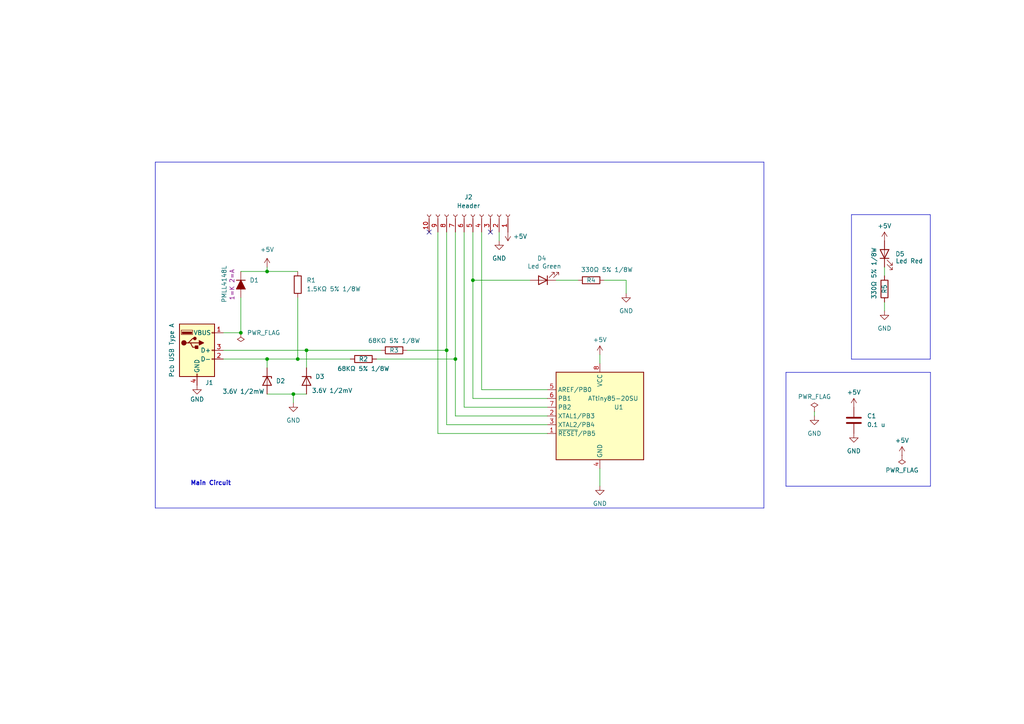
<source format=kicad_sch>
(kicad_sch
	(version 20250114)
	(generator "eeschema")
	(generator_version "9.0")
	(uuid "f2c20679-f28d-47ad-9191-2bfbde129570")
	(paper "A4")
	(title_block
		(date "2024-03-18")
		(rev "version Test2024")
		(company "UCC")
		(comment 1 "proyectoBase2024")
	)
	(lib_symbols
		(symbol "+5V_1"
			(power)
			(pin_names
				(offset 0)
			)
			(exclude_from_sim no)
			(in_bom yes)
			(on_board yes)
			(property "Reference" "#PWR"
				(at 0 -3.81 0)
				(effects
					(font
						(size 1.27 1.27)
					)
					(hide yes)
				)
			)
			(property "Value" "+5V_1"
				(at 0 3.556 0)
				(effects
					(font
						(size 1.27 1.27)
					)
				)
			)
			(property "Footprint" ""
				(at 0 0 0)
				(effects
					(font
						(size 1.27 1.27)
					)
					(hide yes)
				)
			)
			(property "Datasheet" ""
				(at 0 0 0)
				(effects
					(font
						(size 1.27 1.27)
					)
					(hide yes)
				)
			)
			(property "Description" "Power symbol creates a global label with name \"+5V\""
				(at 0 0 0)
				(effects
					(font
						(size 1.27 1.27)
					)
					(hide yes)
				)
			)
			(property "ki_keywords" "global power"
				(at 0 0 0)
				(effects
					(font
						(size 1.27 1.27)
					)
					(hide yes)
				)
			)
			(symbol "+5V_1_0_1"
				(polyline
					(pts
						(xy -0.762 1.27) (xy 0 2.54)
					)
					(stroke
						(width 0)
						(type default)
					)
					(fill
						(type none)
					)
				)
				(polyline
					(pts
						(xy 0 2.54) (xy 0.762 1.27)
					)
					(stroke
						(width 0)
						(type default)
					)
					(fill
						(type none)
					)
				)
				(polyline
					(pts
						(xy 0 0) (xy 0 2.54)
					)
					(stroke
						(width 0)
						(type default)
					)
					(fill
						(type none)
					)
				)
			)
			(symbol "+5V_1_1_1"
				(pin power_in line
					(at 0 0 90)
					(length 0)
					(hide yes)
					(name "+5V"
						(effects
							(font
								(size 1.27 1.27)
							)
						)
					)
					(number "1"
						(effects
							(font
								(size 1.27 1.27)
							)
						)
					)
				)
			)
			(embedded_fonts no)
		)
		(symbol "Connector:Conn_01x10_Socket"
			(pin_names
				(offset 1.016)
				(hide yes)
			)
			(exclude_from_sim no)
			(in_bom yes)
			(on_board yes)
			(property "Reference" "J"
				(at 0 12.7 0)
				(effects
					(font
						(size 1.27 1.27)
					)
				)
			)
			(property "Value" "Conn_01x10_Socket"
				(at 0 -15.24 0)
				(effects
					(font
						(size 1.27 1.27)
					)
				)
			)
			(property "Footprint" ""
				(at 0 0 0)
				(effects
					(font
						(size 1.27 1.27)
					)
					(hide yes)
				)
			)
			(property "Datasheet" "~"
				(at 0 0 0)
				(effects
					(font
						(size 1.27 1.27)
					)
					(hide yes)
				)
			)
			(property "Description" "Generic connector, single row, 01x10, script generated"
				(at 0 0 0)
				(effects
					(font
						(size 1.27 1.27)
					)
					(hide yes)
				)
			)
			(property "ki_locked" ""
				(at 0 0 0)
				(effects
					(font
						(size 1.27 1.27)
					)
				)
			)
			(property "ki_keywords" "connector"
				(at 0 0 0)
				(effects
					(font
						(size 1.27 1.27)
					)
					(hide yes)
				)
			)
			(property "ki_fp_filters" "Connector*:*_1x??_*"
				(at 0 0 0)
				(effects
					(font
						(size 1.27 1.27)
					)
					(hide yes)
				)
			)
			(symbol "Conn_01x10_Socket_1_1"
				(polyline
					(pts
						(xy -1.27 10.16) (xy -0.508 10.16)
					)
					(stroke
						(width 0.1524)
						(type default)
					)
					(fill
						(type none)
					)
				)
				(polyline
					(pts
						(xy -1.27 7.62) (xy -0.508 7.62)
					)
					(stroke
						(width 0.1524)
						(type default)
					)
					(fill
						(type none)
					)
				)
				(polyline
					(pts
						(xy -1.27 5.08) (xy -0.508 5.08)
					)
					(stroke
						(width 0.1524)
						(type default)
					)
					(fill
						(type none)
					)
				)
				(polyline
					(pts
						(xy -1.27 2.54) (xy -0.508 2.54)
					)
					(stroke
						(width 0.1524)
						(type default)
					)
					(fill
						(type none)
					)
				)
				(polyline
					(pts
						(xy -1.27 0) (xy -0.508 0)
					)
					(stroke
						(width 0.1524)
						(type default)
					)
					(fill
						(type none)
					)
				)
				(polyline
					(pts
						(xy -1.27 -2.54) (xy -0.508 -2.54)
					)
					(stroke
						(width 0.1524)
						(type default)
					)
					(fill
						(type none)
					)
				)
				(polyline
					(pts
						(xy -1.27 -5.08) (xy -0.508 -5.08)
					)
					(stroke
						(width 0.1524)
						(type default)
					)
					(fill
						(type none)
					)
				)
				(polyline
					(pts
						(xy -1.27 -7.62) (xy -0.508 -7.62)
					)
					(stroke
						(width 0.1524)
						(type default)
					)
					(fill
						(type none)
					)
				)
				(polyline
					(pts
						(xy -1.27 -10.16) (xy -0.508 -10.16)
					)
					(stroke
						(width 0.1524)
						(type default)
					)
					(fill
						(type none)
					)
				)
				(polyline
					(pts
						(xy -1.27 -12.7) (xy -0.508 -12.7)
					)
					(stroke
						(width 0.1524)
						(type default)
					)
					(fill
						(type none)
					)
				)
				(arc
					(start 0 9.652)
					(mid -0.5058 10.16)
					(end 0 10.668)
					(stroke
						(width 0.1524)
						(type default)
					)
					(fill
						(type none)
					)
				)
				(arc
					(start 0 7.112)
					(mid -0.5058 7.62)
					(end 0 8.128)
					(stroke
						(width 0.1524)
						(type default)
					)
					(fill
						(type none)
					)
				)
				(arc
					(start 0 4.572)
					(mid -0.5058 5.08)
					(end 0 5.588)
					(stroke
						(width 0.1524)
						(type default)
					)
					(fill
						(type none)
					)
				)
				(arc
					(start 0 2.032)
					(mid -0.5058 2.54)
					(end 0 3.048)
					(stroke
						(width 0.1524)
						(type default)
					)
					(fill
						(type none)
					)
				)
				(arc
					(start 0 -0.508)
					(mid -0.5058 0)
					(end 0 0.508)
					(stroke
						(width 0.1524)
						(type default)
					)
					(fill
						(type none)
					)
				)
				(arc
					(start 0 -3.048)
					(mid -0.5058 -2.54)
					(end 0 -2.032)
					(stroke
						(width 0.1524)
						(type default)
					)
					(fill
						(type none)
					)
				)
				(arc
					(start 0 -5.588)
					(mid -0.5058 -5.08)
					(end 0 -4.572)
					(stroke
						(width 0.1524)
						(type default)
					)
					(fill
						(type none)
					)
				)
				(arc
					(start 0 -8.128)
					(mid -0.5058 -7.62)
					(end 0 -7.112)
					(stroke
						(width 0.1524)
						(type default)
					)
					(fill
						(type none)
					)
				)
				(arc
					(start 0 -10.668)
					(mid -0.5058 -10.16)
					(end 0 -9.652)
					(stroke
						(width 0.1524)
						(type default)
					)
					(fill
						(type none)
					)
				)
				(arc
					(start 0 -13.208)
					(mid -0.5058 -12.7)
					(end 0 -12.192)
					(stroke
						(width 0.1524)
						(type default)
					)
					(fill
						(type none)
					)
				)
				(pin passive line
					(at -5.08 10.16 0)
					(length 3.81)
					(name "Pin_1"
						(effects
							(font
								(size 1.27 1.27)
							)
						)
					)
					(number "1"
						(effects
							(font
								(size 1.27 1.27)
							)
						)
					)
				)
				(pin passive line
					(at -5.08 7.62 0)
					(length 3.81)
					(name "Pin_2"
						(effects
							(font
								(size 1.27 1.27)
							)
						)
					)
					(number "2"
						(effects
							(font
								(size 1.27 1.27)
							)
						)
					)
				)
				(pin passive line
					(at -5.08 5.08 0)
					(length 3.81)
					(name "Pin_3"
						(effects
							(font
								(size 1.27 1.27)
							)
						)
					)
					(number "3"
						(effects
							(font
								(size 1.27 1.27)
							)
						)
					)
				)
				(pin passive line
					(at -5.08 2.54 0)
					(length 3.81)
					(name "Pin_4"
						(effects
							(font
								(size 1.27 1.27)
							)
						)
					)
					(number "4"
						(effects
							(font
								(size 1.27 1.27)
							)
						)
					)
				)
				(pin passive line
					(at -5.08 0 0)
					(length 3.81)
					(name "Pin_5"
						(effects
							(font
								(size 1.27 1.27)
							)
						)
					)
					(number "5"
						(effects
							(font
								(size 1.27 1.27)
							)
						)
					)
				)
				(pin passive line
					(at -5.08 -2.54 0)
					(length 3.81)
					(name "Pin_6"
						(effects
							(font
								(size 1.27 1.27)
							)
						)
					)
					(number "6"
						(effects
							(font
								(size 1.27 1.27)
							)
						)
					)
				)
				(pin passive line
					(at -5.08 -5.08 0)
					(length 3.81)
					(name "Pin_7"
						(effects
							(font
								(size 1.27 1.27)
							)
						)
					)
					(number "7"
						(effects
							(font
								(size 1.27 1.27)
							)
						)
					)
				)
				(pin passive line
					(at -5.08 -7.62 0)
					(length 3.81)
					(name "Pin_8"
						(effects
							(font
								(size 1.27 1.27)
							)
						)
					)
					(number "8"
						(effects
							(font
								(size 1.27 1.27)
							)
						)
					)
				)
				(pin passive line
					(at -5.08 -10.16 0)
					(length 3.81)
					(name "Pin_9"
						(effects
							(font
								(size 1.27 1.27)
							)
						)
					)
					(number "9"
						(effects
							(font
								(size 1.27 1.27)
							)
						)
					)
				)
				(pin passive line
					(at -5.08 -12.7 0)
					(length 3.81)
					(name "Pin_10"
						(effects
							(font
								(size 1.27 1.27)
							)
						)
					)
					(number "10"
						(effects
							(font
								(size 1.27 1.27)
							)
						)
					)
				)
			)
			(embedded_fonts no)
		)
		(symbol "Connector:USB_A"
			(pin_names
				(offset 1.016)
			)
			(exclude_from_sim no)
			(in_bom yes)
			(on_board yes)
			(property "Reference" "J2"
				(at 0 12.7 0)
				(effects
					(font
						(size 1.27 1.27)
					)
				)
			)
			(property "Value" "USB_A"
				(at 0 10.16 0)
				(effects
					(font
						(size 1.27 1.27)
					)
				)
			)
			(property "Footprint" ""
				(at 3.81 -1.27 0)
				(effects
					(font
						(size 1.27 1.27)
					)
					(hide yes)
				)
			)
			(property "Datasheet" "~"
				(at 3.81 -1.27 0)
				(effects
					(font
						(size 1.27 1.27)
					)
					(hide yes)
				)
			)
			(property "Description" "USB Type A connector"
				(at 0 0 0)
				(effects
					(font
						(size 1.27 1.27)
					)
					(hide yes)
				)
			)
			(property "ki_keywords" "connector USB"
				(at 0 0 0)
				(effects
					(font
						(size 1.27 1.27)
					)
					(hide yes)
				)
			)
			(property "ki_fp_filters" "USB*"
				(at 0 0 0)
				(effects
					(font
						(size 1.27 1.27)
					)
					(hide yes)
				)
			)
			(symbol "USB_A_0_1"
				(rectangle
					(start -5.08 -7.62)
					(end 5.08 7.62)
					(stroke
						(width 0.254)
						(type default)
					)
					(fill
						(type background)
					)
				)
				(circle
					(center -3.81 2.159)
					(radius 0.635)
					(stroke
						(width 0.254)
						(type default)
					)
					(fill
						(type outline)
					)
				)
				(polyline
					(pts
						(xy -3.175 2.159) (xy -2.54 2.159) (xy -1.27 3.429) (xy -0.635 3.429)
					)
					(stroke
						(width 0.254)
						(type default)
					)
					(fill
						(type none)
					)
				)
				(polyline
					(pts
						(xy -2.54 2.159) (xy -1.905 2.159) (xy -1.27 0.889) (xy 0 0.889)
					)
					(stroke
						(width 0.254)
						(type default)
					)
					(fill
						(type none)
					)
				)
				(rectangle
					(start -1.524 4.826)
					(end -4.318 5.334)
					(stroke
						(width 0)
						(type default)
					)
					(fill
						(type outline)
					)
				)
				(rectangle
					(start -1.27 4.572)
					(end -4.572 5.842)
					(stroke
						(width 0)
						(type default)
					)
					(fill
						(type none)
					)
				)
				(circle
					(center -0.635 3.429)
					(radius 0.381)
					(stroke
						(width 0.254)
						(type default)
					)
					(fill
						(type outline)
					)
				)
				(rectangle
					(start -0.127 -7.62)
					(end 0.127 -6.858)
					(stroke
						(width 0)
						(type default)
					)
					(fill
						(type none)
					)
				)
				(rectangle
					(start 0.254 1.27)
					(end -0.508 0.508)
					(stroke
						(width 0.254)
						(type default)
					)
					(fill
						(type outline)
					)
				)
				(polyline
					(pts
						(xy 0.635 2.794) (xy 0.635 1.524) (xy 1.905 2.159) (xy 0.635 2.794)
					)
					(stroke
						(width 0.254)
						(type default)
					)
					(fill
						(type outline)
					)
				)
				(rectangle
					(start 5.08 4.953)
					(end 4.318 5.207)
					(stroke
						(width 0)
						(type default)
					)
					(fill
						(type none)
					)
				)
				(rectangle
					(start 5.08 -0.127)
					(end 4.318 0.127)
					(stroke
						(width 0)
						(type default)
					)
					(fill
						(type none)
					)
				)
				(rectangle
					(start 5.08 -2.667)
					(end 4.318 -2.413)
					(stroke
						(width 0)
						(type default)
					)
					(fill
						(type none)
					)
				)
			)
			(symbol "USB_A_1_1"
				(polyline
					(pts
						(xy -1.905 2.159) (xy 0.635 2.159)
					)
					(stroke
						(width 0.254)
						(type default)
					)
					(fill
						(type none)
					)
				)
				(pin power_in line
					(at 0 -10.16 90)
					(length 2.54)
					(name "GND"
						(effects
							(font
								(size 1.27 1.27)
							)
						)
					)
					(number "4"
						(effects
							(font
								(size 1.27 1.27)
							)
						)
					)
				)
				(pin power_in line
					(at 7.62 5.08 180)
					(length 2.54)
					(name "VBUS"
						(effects
							(font
								(size 1.27 1.27)
							)
						)
					)
					(number "1"
						(effects
							(font
								(size 1.27 1.27)
							)
						)
					)
				)
				(pin bidirectional line
					(at 7.62 0 180)
					(length 2.54)
					(name "D+"
						(effects
							(font
								(size 1.27 1.27)
							)
						)
					)
					(number "3"
						(effects
							(font
								(size 1.27 1.27)
							)
						)
					)
				)
				(pin bidirectional line
					(at 7.62 -2.54 180)
					(length 2.54)
					(name "D-"
						(effects
							(font
								(size 1.27 1.27)
							)
						)
					)
					(number "2"
						(effects
							(font
								(size 1.27 1.27)
							)
						)
					)
				)
			)
			(embedded_fonts no)
		)
		(symbol "D_Filled_1"
			(pin_numbers
				(hide yes)
			)
			(pin_names
				(offset 1.016)
				(hide yes)
			)
			(exclude_from_sim no)
			(in_bom yes)
			(on_board yes)
			(property "Reference" "D"
				(at 0 2.54 0)
				(effects
					(font
						(size 1.27 1.27)
					)
				)
			)
			(property "Value" "D_Filled"
				(at 0 -2.54 0)
				(effects
					(font
						(size 1.27 1.27)
					)
				)
			)
			(property "Footprint" ""
				(at 0 0 0)
				(effects
					(font
						(size 1.27 1.27)
					)
					(hide yes)
				)
			)
			(property "Datasheet" "~"
				(at 0 0 0)
				(effects
					(font
						(size 1.27 1.27)
					)
					(hide yes)
				)
			)
			(property "Description" "Diode, filled shape"
				(at 0 0 0)
				(effects
					(font
						(size 1.27 1.27)
					)
					(hide yes)
				)
			)
			(property "Sim.Device" "D"
				(at 0 0 0)
				(effects
					(font
						(size 1.27 1.27)
					)
					(hide yes)
				)
			)
			(property "Sim.Pins" "1=K 2=A"
				(at 0 0 0)
				(effects
					(font
						(size 1.27 1.27)
					)
					(hide yes)
				)
			)
			(property "ki_keywords" "diode"
				(at 0 0 0)
				(effects
					(font
						(size 1.27 1.27)
					)
					(hide yes)
				)
			)
			(property "ki_fp_filters" "TO-???* *_Diode_* *SingleDiode* D_*"
				(at 0 0 0)
				(effects
					(font
						(size 1.27 1.27)
					)
					(hide yes)
				)
			)
			(symbol "D_Filled_1_0_1"
				(polyline
					(pts
						(xy -1.27 1.27) (xy -1.27 -1.27)
					)
					(stroke
						(width 0.254)
						(type default)
					)
					(fill
						(type none)
					)
				)
				(polyline
					(pts
						(xy 1.27 1.27) (xy 1.27 -1.27) (xy -1.27 0) (xy 1.27 1.27)
					)
					(stroke
						(width 0.254)
						(type default)
					)
					(fill
						(type outline)
					)
				)
				(polyline
					(pts
						(xy 1.27 0) (xy -1.27 0)
					)
					(stroke
						(width 0)
						(type default)
					)
					(fill
						(type none)
					)
				)
			)
			(symbol "D_Filled_1_1_1"
				(pin passive line
					(at -3.81 0 0)
					(length 2.54)
					(name "K"
						(effects
							(font
								(size 1.27 1.27)
							)
						)
					)
					(number "1"
						(effects
							(font
								(size 1.27 1.27)
							)
						)
					)
				)
				(pin passive line
					(at 3.81 0 180)
					(length 2.54)
					(name "A"
						(effects
							(font
								(size 1.27 1.27)
							)
						)
					)
					(number "2"
						(effects
							(font
								(size 1.27 1.27)
							)
						)
					)
				)
			)
			(embedded_fonts no)
		)
		(symbol "Device:C"
			(pin_numbers
				(hide yes)
			)
			(pin_names
				(offset 0.254)
			)
			(exclude_from_sim no)
			(in_bom yes)
			(on_board yes)
			(property "Reference" "C"
				(at 0.635 2.54 0)
				(effects
					(font
						(size 1.27 1.27)
					)
					(justify left)
				)
			)
			(property "Value" "C"
				(at 0.635 -2.54 0)
				(effects
					(font
						(size 1.27 1.27)
					)
					(justify left)
				)
			)
			(property "Footprint" ""
				(at 0.9652 -3.81 0)
				(effects
					(font
						(size 1.27 1.27)
					)
					(hide yes)
				)
			)
			(property "Datasheet" "~"
				(at 0 0 0)
				(effects
					(font
						(size 1.27 1.27)
					)
					(hide yes)
				)
			)
			(property "Description" "Unpolarized capacitor"
				(at 0 0 0)
				(effects
					(font
						(size 1.27 1.27)
					)
					(hide yes)
				)
			)
			(property "ki_keywords" "cap capacitor"
				(at 0 0 0)
				(effects
					(font
						(size 1.27 1.27)
					)
					(hide yes)
				)
			)
			(property "ki_fp_filters" "C_*"
				(at 0 0 0)
				(effects
					(font
						(size 1.27 1.27)
					)
					(hide yes)
				)
			)
			(symbol "C_0_1"
				(polyline
					(pts
						(xy -2.032 0.762) (xy 2.032 0.762)
					)
					(stroke
						(width 0.508)
						(type default)
					)
					(fill
						(type none)
					)
				)
				(polyline
					(pts
						(xy -2.032 -0.762) (xy 2.032 -0.762)
					)
					(stroke
						(width 0.508)
						(type default)
					)
					(fill
						(type none)
					)
				)
			)
			(symbol "C_1_1"
				(pin passive line
					(at 0 3.81 270)
					(length 2.794)
					(name "~"
						(effects
							(font
								(size 1.27 1.27)
							)
						)
					)
					(number "1"
						(effects
							(font
								(size 1.27 1.27)
							)
						)
					)
				)
				(pin passive line
					(at 0 -3.81 90)
					(length 2.794)
					(name "~"
						(effects
							(font
								(size 1.27 1.27)
							)
						)
					)
					(number "2"
						(effects
							(font
								(size 1.27 1.27)
							)
						)
					)
				)
			)
			(embedded_fonts no)
		)
		(symbol "Device:D_Zener"
			(pin_numbers
				(hide yes)
			)
			(pin_names
				(offset 1.016)
				(hide yes)
			)
			(exclude_from_sim no)
			(in_bom yes)
			(on_board yes)
			(property "Reference" "D"
				(at 0 2.54 0)
				(effects
					(font
						(size 1.27 1.27)
					)
				)
			)
			(property "Value" "D_Zener"
				(at 0 -2.54 0)
				(effects
					(font
						(size 1.27 1.27)
					)
				)
			)
			(property "Footprint" ""
				(at 0 0 0)
				(effects
					(font
						(size 1.27 1.27)
					)
					(hide yes)
				)
			)
			(property "Datasheet" "~"
				(at 0 0 0)
				(effects
					(font
						(size 1.27 1.27)
					)
					(hide yes)
				)
			)
			(property "Description" "Zener diode"
				(at 0 0 0)
				(effects
					(font
						(size 1.27 1.27)
					)
					(hide yes)
				)
			)
			(property "ki_keywords" "diode"
				(at 0 0 0)
				(effects
					(font
						(size 1.27 1.27)
					)
					(hide yes)
				)
			)
			(property "ki_fp_filters" "TO-???* *_Diode_* *SingleDiode* D_*"
				(at 0 0 0)
				(effects
					(font
						(size 1.27 1.27)
					)
					(hide yes)
				)
			)
			(symbol "D_Zener_0_1"
				(polyline
					(pts
						(xy -1.27 -1.27) (xy -1.27 1.27) (xy -0.762 1.27)
					)
					(stroke
						(width 0.254)
						(type default)
					)
					(fill
						(type none)
					)
				)
				(polyline
					(pts
						(xy 1.27 0) (xy -1.27 0)
					)
					(stroke
						(width 0)
						(type default)
					)
					(fill
						(type none)
					)
				)
				(polyline
					(pts
						(xy 1.27 -1.27) (xy 1.27 1.27) (xy -1.27 0) (xy 1.27 -1.27)
					)
					(stroke
						(width 0.254)
						(type default)
					)
					(fill
						(type none)
					)
				)
			)
			(symbol "D_Zener_1_1"
				(pin passive line
					(at -3.81 0 0)
					(length 2.54)
					(name "K"
						(effects
							(font
								(size 1.27 1.27)
							)
						)
					)
					(number "1"
						(effects
							(font
								(size 1.27 1.27)
							)
						)
					)
				)
				(pin passive line
					(at 3.81 0 180)
					(length 2.54)
					(name "A"
						(effects
							(font
								(size 1.27 1.27)
							)
						)
					)
					(number "2"
						(effects
							(font
								(size 1.27 1.27)
							)
						)
					)
				)
			)
			(embedded_fonts no)
		)
		(symbol "Device:LED"
			(pin_numbers
				(hide yes)
			)
			(pin_names
				(offset 1.016)
				(hide yes)
			)
			(exclude_from_sim no)
			(in_bom yes)
			(on_board yes)
			(property "Reference" "D"
				(at 0 2.54 0)
				(effects
					(font
						(size 1.27 1.27)
					)
				)
			)
			(property "Value" "LED"
				(at 0 -2.54 0)
				(effects
					(font
						(size 1.27 1.27)
					)
				)
			)
			(property "Footprint" ""
				(at 0 0 0)
				(effects
					(font
						(size 1.27 1.27)
					)
					(hide yes)
				)
			)
			(property "Datasheet" "~"
				(at 0 0 0)
				(effects
					(font
						(size 1.27 1.27)
					)
					(hide yes)
				)
			)
			(property "Description" "Light emitting diode"
				(at 0 0 0)
				(effects
					(font
						(size 1.27 1.27)
					)
					(hide yes)
				)
			)
			(property "ki_keywords" "LED diode"
				(at 0 0 0)
				(effects
					(font
						(size 1.27 1.27)
					)
					(hide yes)
				)
			)
			(property "ki_fp_filters" "LED* LED_SMD:* LED_THT:*"
				(at 0 0 0)
				(effects
					(font
						(size 1.27 1.27)
					)
					(hide yes)
				)
			)
			(symbol "LED_0_1"
				(polyline
					(pts
						(xy -3.048 -0.762) (xy -4.572 -2.286) (xy -3.81 -2.286) (xy -4.572 -2.286) (xy -4.572 -1.524)
					)
					(stroke
						(width 0)
						(type default)
					)
					(fill
						(type none)
					)
				)
				(polyline
					(pts
						(xy -1.778 -0.762) (xy -3.302 -2.286) (xy -2.54 -2.286) (xy -3.302 -2.286) (xy -3.302 -1.524)
					)
					(stroke
						(width 0)
						(type default)
					)
					(fill
						(type none)
					)
				)
				(polyline
					(pts
						(xy -1.27 0) (xy 1.27 0)
					)
					(stroke
						(width 0)
						(type default)
					)
					(fill
						(type none)
					)
				)
				(polyline
					(pts
						(xy -1.27 -1.27) (xy -1.27 1.27)
					)
					(stroke
						(width 0.254)
						(type default)
					)
					(fill
						(type none)
					)
				)
				(polyline
					(pts
						(xy 1.27 -1.27) (xy 1.27 1.27) (xy -1.27 0) (xy 1.27 -1.27)
					)
					(stroke
						(width 0.254)
						(type default)
					)
					(fill
						(type none)
					)
				)
			)
			(symbol "LED_1_1"
				(pin passive line
					(at -3.81 0 0)
					(length 2.54)
					(name "K"
						(effects
							(font
								(size 1.27 1.27)
							)
						)
					)
					(number "1"
						(effects
							(font
								(size 1.27 1.27)
							)
						)
					)
				)
				(pin passive line
					(at 3.81 0 180)
					(length 2.54)
					(name "A"
						(effects
							(font
								(size 1.27 1.27)
							)
						)
					)
					(number "2"
						(effects
							(font
								(size 1.27 1.27)
							)
						)
					)
				)
			)
			(embedded_fonts no)
		)
		(symbol "Device:R"
			(pin_numbers
				(hide yes)
			)
			(pin_names
				(offset 0)
			)
			(exclude_from_sim no)
			(in_bom yes)
			(on_board yes)
			(property "Reference" "R"
				(at 2.032 0 90)
				(effects
					(font
						(size 1.27 1.27)
					)
				)
			)
			(property "Value" "R"
				(at 0 0 90)
				(effects
					(font
						(size 1.27 1.27)
					)
				)
			)
			(property "Footprint" ""
				(at -1.778 0 90)
				(effects
					(font
						(size 1.27 1.27)
					)
					(hide yes)
				)
			)
			(property "Datasheet" "~"
				(at 0 0 0)
				(effects
					(font
						(size 1.27 1.27)
					)
					(hide yes)
				)
			)
			(property "Description" "Resistor"
				(at 0 0 0)
				(effects
					(font
						(size 1.27 1.27)
					)
					(hide yes)
				)
			)
			(property "ki_keywords" "R res resistor"
				(at 0 0 0)
				(effects
					(font
						(size 1.27 1.27)
					)
					(hide yes)
				)
			)
			(property "ki_fp_filters" "R_*"
				(at 0 0 0)
				(effects
					(font
						(size 1.27 1.27)
					)
					(hide yes)
				)
			)
			(symbol "R_0_1"
				(rectangle
					(start -1.016 -2.54)
					(end 1.016 2.54)
					(stroke
						(width 0.254)
						(type default)
					)
					(fill
						(type none)
					)
				)
			)
			(symbol "R_1_1"
				(pin passive line
					(at 0 3.81 270)
					(length 1.27)
					(name "~"
						(effects
							(font
								(size 1.27 1.27)
							)
						)
					)
					(number "1"
						(effects
							(font
								(size 1.27 1.27)
							)
						)
					)
				)
				(pin passive line
					(at 0 -3.81 90)
					(length 1.27)
					(name "~"
						(effects
							(font
								(size 1.27 1.27)
							)
						)
					)
					(number "2"
						(effects
							(font
								(size 1.27 1.27)
							)
						)
					)
				)
			)
			(embedded_fonts no)
		)
		(symbol "GND_1"
			(power)
			(pin_names
				(offset 0)
			)
			(exclude_from_sim no)
			(in_bom yes)
			(on_board yes)
			(property "Reference" "#PWR"
				(at 0 -6.35 0)
				(effects
					(font
						(size 1.27 1.27)
					)
					(hide yes)
				)
			)
			(property "Value" "GND_1"
				(at 0 -3.81 0)
				(effects
					(font
						(size 1.27 1.27)
					)
				)
			)
			(property "Footprint" ""
				(at 0 0 0)
				(effects
					(font
						(size 1.27 1.27)
					)
					(hide yes)
				)
			)
			(property "Datasheet" ""
				(at 0 0 0)
				(effects
					(font
						(size 1.27 1.27)
					)
					(hide yes)
				)
			)
			(property "Description" "Power symbol creates a global label with name \"GND\" , ground"
				(at 0 0 0)
				(effects
					(font
						(size 1.27 1.27)
					)
					(hide yes)
				)
			)
			(property "ki_keywords" "global power"
				(at 0 0 0)
				(effects
					(font
						(size 1.27 1.27)
					)
					(hide yes)
				)
			)
			(symbol "GND_1_0_1"
				(polyline
					(pts
						(xy 0 0) (xy 0 -1.27) (xy 1.27 -1.27) (xy 0 -2.54) (xy -1.27 -1.27) (xy 0 -1.27)
					)
					(stroke
						(width 0)
						(type default)
					)
					(fill
						(type none)
					)
				)
			)
			(symbol "GND_1_1_1"
				(pin power_in line
					(at 0 0 270)
					(length 0)
					(hide yes)
					(name "GND"
						(effects
							(font
								(size 1.27 1.27)
							)
						)
					)
					(number "1"
						(effects
							(font
								(size 1.27 1.27)
							)
						)
					)
				)
			)
			(embedded_fonts no)
		)
		(symbol "MCU_Microchip_ATtiny:ATtiny85-20S"
			(exclude_from_sim no)
			(in_bom yes)
			(on_board yes)
			(property "Reference" "U"
				(at -12.7 13.97 0)
				(effects
					(font
						(size 1.27 1.27)
					)
					(justify left bottom)
				)
			)
			(property "Value" "ATtiny85-20S"
				(at 2.54 -13.97 0)
				(effects
					(font
						(size 1.27 1.27)
					)
					(justify left top)
				)
			)
			(property "Footprint" "Package_SO:SOIC-8W_5.3x5.3mm_P1.27mm"
				(at 0 0 0)
				(effects
					(font
						(size 1.27 1.27)
						(italic yes)
					)
					(hide yes)
				)
			)
			(property "Datasheet" "http://ww1.microchip.com/downloads/en/DeviceDoc/atmel-2586-avr-8-bit-microcontroller-attiny25-attiny45-attiny85_datasheet.pdf"
				(at 0 0 0)
				(effects
					(font
						(size 1.27 1.27)
					)
					(hide yes)
				)
			)
			(property "Description" "20MHz, 8kB Flash, 512B SRAM, 512B EEPROM, debugWIRE, SOIC-8W"
				(at 0 0 0)
				(effects
					(font
						(size 1.27 1.27)
					)
					(hide yes)
				)
			)
			(property "ki_keywords" "AVR 8bit Microcontroller tinyAVR"
				(at 0 0 0)
				(effects
					(font
						(size 1.27 1.27)
					)
					(hide yes)
				)
			)
			(property "ki_fp_filters" "SOIC*5.3x5.3mm*P1.27mm*"
				(at 0 0 0)
				(effects
					(font
						(size 1.27 1.27)
					)
					(hide yes)
				)
			)
			(symbol "ATtiny85-20S_0_1"
				(rectangle
					(start -12.7 -12.7)
					(end 12.7 12.7)
					(stroke
						(width 0.254)
						(type default)
					)
					(fill
						(type background)
					)
				)
			)
			(symbol "ATtiny85-20S_1_1"
				(pin power_in line
					(at 0 15.24 270)
					(length 2.54)
					(name "VCC"
						(effects
							(font
								(size 1.27 1.27)
							)
						)
					)
					(number "8"
						(effects
							(font
								(size 1.27 1.27)
							)
						)
					)
				)
				(pin power_in line
					(at 0 -15.24 90)
					(length 2.54)
					(name "GND"
						(effects
							(font
								(size 1.27 1.27)
							)
						)
					)
					(number "4"
						(effects
							(font
								(size 1.27 1.27)
							)
						)
					)
				)
				(pin bidirectional line
					(at 15.24 7.62 180)
					(length 2.54)
					(name "AREF/PB0"
						(effects
							(font
								(size 1.27 1.27)
							)
						)
					)
					(number "5"
						(effects
							(font
								(size 1.27 1.27)
							)
						)
					)
				)
				(pin bidirectional line
					(at 15.24 5.08 180)
					(length 2.54)
					(name "PB1"
						(effects
							(font
								(size 1.27 1.27)
							)
						)
					)
					(number "6"
						(effects
							(font
								(size 1.27 1.27)
							)
						)
					)
				)
				(pin bidirectional line
					(at 15.24 2.54 180)
					(length 2.54)
					(name "PB2"
						(effects
							(font
								(size 1.27 1.27)
							)
						)
					)
					(number "7"
						(effects
							(font
								(size 1.27 1.27)
							)
						)
					)
				)
				(pin bidirectional line
					(at 15.24 0 180)
					(length 2.54)
					(name "XTAL1/PB3"
						(effects
							(font
								(size 1.27 1.27)
							)
						)
					)
					(number "2"
						(effects
							(font
								(size 1.27 1.27)
							)
						)
					)
				)
				(pin bidirectional line
					(at 15.24 -2.54 180)
					(length 2.54)
					(name "XTAL2/PB4"
						(effects
							(font
								(size 1.27 1.27)
							)
						)
					)
					(number "3"
						(effects
							(font
								(size 1.27 1.27)
							)
						)
					)
				)
				(pin bidirectional line
					(at 15.24 -5.08 180)
					(length 2.54)
					(name "~{RESET}/PB5"
						(effects
							(font
								(size 1.27 1.27)
							)
						)
					)
					(number "1"
						(effects
							(font
								(size 1.27 1.27)
							)
						)
					)
				)
			)
			(embedded_fonts no)
		)
		(symbol "PWR_FLAG_1"
			(power)
			(pin_numbers
				(hide yes)
			)
			(pin_names
				(offset 0)
				(hide yes)
			)
			(exclude_from_sim no)
			(in_bom yes)
			(on_board yes)
			(property "Reference" "#FLG"
				(at 0 1.905 0)
				(effects
					(font
						(size 1.27 1.27)
					)
					(hide yes)
				)
			)
			(property "Value" "PWR_FLAG_1"
				(at 0 3.81 0)
				(effects
					(font
						(size 1.27 1.27)
					)
				)
			)
			(property "Footprint" ""
				(at 0 0 0)
				(effects
					(font
						(size 1.27 1.27)
					)
					(hide yes)
				)
			)
			(property "Datasheet" "~"
				(at 0 0 0)
				(effects
					(font
						(size 1.27 1.27)
					)
					(hide yes)
				)
			)
			(property "Description" "Special symbol for telling ERC where power comes from"
				(at 0 0 0)
				(effects
					(font
						(size 1.27 1.27)
					)
					(hide yes)
				)
			)
			(property "ki_keywords" "flag power"
				(at 0 0 0)
				(effects
					(font
						(size 1.27 1.27)
					)
					(hide yes)
				)
			)
			(symbol "PWR_FLAG_1_0_0"
				(pin power_out line
					(at 0 0 90)
					(length 0)
					(name "pwr"
						(effects
							(font
								(size 1.27 1.27)
							)
						)
					)
					(number "1"
						(effects
							(font
								(size 1.27 1.27)
							)
						)
					)
				)
			)
			(symbol "PWR_FLAG_1_0_1"
				(polyline
					(pts
						(xy 0 0) (xy 0 1.27) (xy -1.016 1.905) (xy 0 2.54) (xy 1.016 1.905) (xy 0 1.27)
					)
					(stroke
						(width 0)
						(type default)
					)
					(fill
						(type none)
					)
				)
			)
			(embedded_fonts no)
		)
	)
	(text "Main Circuit"
		(exclude_from_sim no)
		(at 55.1942 140.9954 0)
		(effects
			(font
				(size 1.27 1.27)
				(thickness 0.254)
				(bold yes)
			)
			(justify left bottom)
		)
		(uuid "39ea4496-1b44-485f-ab4a-73accbcc9f99")
	)
	(junction
		(at 77.47 78.74)
		(diameter 0)
		(color 0 0 0 0)
		(uuid "21c7d6ad-7749-4454-899e-759984d1f6f6")
	)
	(junction
		(at 129.54 101.6)
		(diameter 0)
		(color 0 0 0 0)
		(uuid "37d0a983-fe65-4780-a0e8-9e22174785d3")
	)
	(junction
		(at 86.36 104.14)
		(diameter 0)
		(color 0 0 0 0)
		(uuid "603e466a-7e5f-4b9d-abc1-9cdc2e27d556")
	)
	(junction
		(at 77.47 104.14)
		(diameter 0)
		(color 0 0 0 0)
		(uuid "77281657-a0e6-4113-b973-8457c9451df4")
	)
	(junction
		(at 137.16 81.28)
		(diameter 0)
		(color 0 0 0 0)
		(uuid "a19450e2-7b43-4cf2-9c9b-53261a5e261b")
	)
	(junction
		(at 132.08 104.14)
		(diameter 0)
		(color 0 0 0 0)
		(uuid "c8d162dd-7614-4f9e-9996-a556fac10941")
	)
	(junction
		(at 88.9 101.6)
		(diameter 0)
		(color 0 0 0 0)
		(uuid "df83b55d-2b44-43f8-b1ad-2270c03d92a6")
	)
	(junction
		(at 69.85 96.52)
		(diameter 0)
		(color 0 0 0 0)
		(uuid "fa3d0254-1474-4da8-b21b-0ece77a31cff")
	)
	(junction
		(at 85.09 114.3)
		(diameter 0)
		(color 0 0 0 0)
		(uuid "feae17f7-aa3f-49b5-b62c-1d37a19ebddf")
	)
	(no_connect
		(at 142.24 67.31)
		(uuid "1513b7a1-b40a-4ca2-b932-70ed31407875")
	)
	(no_connect
		(at 124.46 67.31)
		(uuid "bcbb7c48-3214-4966-a47e-05c1ea628639")
	)
	(wire
		(pts
			(xy 109.22 104.14) (xy 132.08 104.14)
		)
		(stroke
			(width 0)
			(type default)
		)
		(uuid "0091cc83-97af-4906-93b2-6ffe85459f28")
	)
	(wire
		(pts
			(xy 129.54 67.31) (xy 129.54 101.6)
		)
		(stroke
			(width 0)
			(type default)
		)
		(uuid "091211aa-76bc-4b27-ab5c-1078338c697c")
	)
	(wire
		(pts
			(xy 129.54 101.6) (xy 129.54 123.19)
		)
		(stroke
			(width 0)
			(type default)
		)
		(uuid "0c5e47e9-9924-4211-87d1-4db71cd5094d")
	)
	(wire
		(pts
			(xy 181.61 81.28) (xy 181.61 85.09)
		)
		(stroke
			(width 0)
			(type default)
		)
		(uuid "118410a1-e86a-4c02-8893-220b5249507b")
	)
	(polyline
		(pts
			(xy 45.0342 147.3454) (xy 45.0342 47.0154)
		)
		(stroke
			(width 0)
			(type default)
		)
		(uuid "12c67071-fe67-4f47-a0ca-3ef1ab2bc966")
	)
	(wire
		(pts
			(xy 129.54 123.19) (xy 158.75 123.19)
		)
		(stroke
			(width 0)
			(type default)
		)
		(uuid "13f4d1be-83cc-478a-b253-2ffc892bf553")
	)
	(polyline
		(pts
			(xy 221.5642 47.0154) (xy 221.5642 147.3454)
		)
		(stroke
			(width 0)
			(type default)
		)
		(uuid "1f5f82f7-3c3e-40e2-9a00-ce83a042d5ac")
	)
	(wire
		(pts
			(xy 256.54 77.47) (xy 256.54 80.01)
		)
		(stroke
			(width 0)
			(type default)
		)
		(uuid "2195a1d6-ba68-4e0f-8b3f-066e68e328d4")
	)
	(wire
		(pts
			(xy 175.26 81.28) (xy 181.61 81.28)
		)
		(stroke
			(width 0)
			(type default)
		)
		(uuid "257afe63-7246-4c8c-a995-e5a154d1bd6a")
	)
	(wire
		(pts
			(xy 173.99 102.87) (xy 173.99 105.41)
		)
		(stroke
			(width 0)
			(type default)
		)
		(uuid "25ef206f-0b18-48a7-a3b1-d8446bd34f0c")
	)
	(wire
		(pts
			(xy 86.36 86.36) (xy 86.36 104.14)
		)
		(stroke
			(width 0)
			(type default)
		)
		(uuid "4054e745-ce28-49f1-b08c-ed89f2053352")
	)
	(wire
		(pts
			(xy 69.85 78.74) (xy 77.47 78.74)
		)
		(stroke
			(width 0)
			(type default)
		)
		(uuid "47de6b44-d623-49a5-ab10-2a0383c080bc")
	)
	(polyline
		(pts
			(xy 269.8242 62.2554) (xy 269.8242 104.1654)
		)
		(stroke
			(width 0)
			(type default)
		)
		(uuid "4eb3e81b-c3fe-4e85-853e-9ce32520e02d")
	)
	(wire
		(pts
			(xy 77.47 77.47) (xy 77.47 78.74)
		)
		(stroke
			(width 0)
			(type default)
		)
		(uuid "51eb9073-4989-4916-83cb-c5d2a3790dfa")
	)
	(wire
		(pts
			(xy 132.08 104.14) (xy 132.08 120.65)
		)
		(stroke
			(width 0)
			(type default)
		)
		(uuid "5578be58-d2d7-4151-b66a-7124c6c2946b")
	)
	(wire
		(pts
			(xy 132.08 67.31) (xy 132.08 104.14)
		)
		(stroke
			(width 0)
			(type default)
		)
		(uuid "649d6f59-52ff-4033-99a9-7b9666c76d8e")
	)
	(polyline
		(pts
			(xy 227.965 108.0008) (xy 269.875 108.0008)
		)
		(stroke
			(width 0)
			(type default)
		)
		(uuid "654c2277-b153-442b-b460-0cc1001e1bfe")
	)
	(wire
		(pts
			(xy 137.16 81.28) (xy 137.16 115.57)
		)
		(stroke
			(width 0)
			(type default)
		)
		(uuid "6580517b-c110-4ad9-98b7-6254147b84d8")
	)
	(wire
		(pts
			(xy 85.09 114.3) (xy 88.9 114.3)
		)
		(stroke
			(width 0)
			(type default)
		)
		(uuid "68a3c9b1-4909-4c16-9e5f-750f61cc80b6")
	)
	(polyline
		(pts
			(xy 269.8242 104.1654) (xy 246.9642 104.1654)
		)
		(stroke
			(width 0)
			(type default)
		)
		(uuid "73b21d52-5af1-4324-ac82-7fc4e93bc07a")
	)
	(wire
		(pts
			(xy 88.9 101.6) (xy 110.49 101.6)
		)
		(stroke
			(width 0)
			(type default)
		)
		(uuid "753815b7-a2f8-4cfa-9a89-1104c928a171")
	)
	(wire
		(pts
			(xy 139.7 113.03) (xy 158.75 113.03)
		)
		(stroke
			(width 0)
			(type default)
		)
		(uuid "79ec9e1f-477d-4cfd-9059-a1178ca80278")
	)
	(polyline
		(pts
			(xy 227.965 141.0208) (xy 227.965 108.0008)
		)
		(stroke
			(width 0)
			(type default)
		)
		(uuid "7b5ddeea-8245-4000-8222-3f545ae9a1f4")
	)
	(wire
		(pts
			(xy 77.47 114.3) (xy 85.09 114.3)
		)
		(stroke
			(width 0)
			(type default)
		)
		(uuid "7c9fd75f-8608-4368-9026-2f49a95de0d5")
	)
	(polyline
		(pts
			(xy 221.5642 147.3454) (xy 45.0342 147.3454)
		)
		(stroke
			(width 0)
			(type default)
		)
		(uuid "7ebb2a4f-8cb5-40c6-9206-e43704b68921")
	)
	(wire
		(pts
			(xy 64.77 96.52) (xy 69.85 96.52)
		)
		(stroke
			(width 0)
			(type default)
		)
		(uuid "84b776c1-edcc-4d97-8c12-619e2753a30a")
	)
	(wire
		(pts
			(xy 161.29 81.28) (xy 167.64 81.28)
		)
		(stroke
			(width 0)
			(type default)
		)
		(uuid "85dcc7e2-36db-4ffb-86ea-e6c25370723a")
	)
	(wire
		(pts
			(xy 77.47 104.14) (xy 86.36 104.14)
		)
		(stroke
			(width 0)
			(type default)
		)
		(uuid "8aa30c8d-3d02-4471-961a-91479d867aff")
	)
	(wire
		(pts
			(xy 127 67.31) (xy 127 125.73)
		)
		(stroke
			(width 0)
			(type default)
		)
		(uuid "8e3342f0-ec36-42b7-a2bf-bc84085d6c70")
	)
	(wire
		(pts
			(xy 64.77 104.14) (xy 77.47 104.14)
		)
		(stroke
			(width 0)
			(type default)
		)
		(uuid "91e96b40-5042-415b-b0e2-b8f55e6aa8dd")
	)
	(wire
		(pts
			(xy 118.11 101.6) (xy 129.54 101.6)
		)
		(stroke
			(width 0)
			(type default)
		)
		(uuid "9baef8f1-0eb4-4ad0-831f-4b92ab430067")
	)
	(wire
		(pts
			(xy 132.08 120.65) (xy 158.75 120.65)
		)
		(stroke
			(width 0)
			(type default)
		)
		(uuid "9e15dcf0-0446-4919-9d11-7d1c29e138af")
	)
	(wire
		(pts
			(xy 77.47 104.14) (xy 77.47 106.68)
		)
		(stroke
			(width 0)
			(type default)
		)
		(uuid "9f768303-37ad-4a7f-b41d-9b538f0bc32f")
	)
	(wire
		(pts
			(xy 137.16 115.57) (xy 158.75 115.57)
		)
		(stroke
			(width 0)
			(type default)
		)
		(uuid "aa1f579d-a49a-4afc-b7e5-ade2b0138585")
	)
	(wire
		(pts
			(xy 173.99 135.89) (xy 173.99 140.97)
		)
		(stroke
			(width 0)
			(type default)
		)
		(uuid "ad907e81-d246-416b-b840-7f327fb87fdb")
	)
	(wire
		(pts
			(xy 64.77 101.6) (xy 88.9 101.6)
		)
		(stroke
			(width 0)
			(type default)
		)
		(uuid "b1b0fe7f-2f21-42c7-9204-cddfb1d94ad2")
	)
	(wire
		(pts
			(xy 134.62 67.31) (xy 134.62 118.11)
		)
		(stroke
			(width 0)
			(type default)
		)
		(uuid "b42a67c4-b573-4949-aa3b-e71090703caf")
	)
	(wire
		(pts
			(xy 134.62 118.11) (xy 158.75 118.11)
		)
		(stroke
			(width 0)
			(type default)
		)
		(uuid "c183cebd-97c5-48ad-9fdb-51f8422cbf4d")
	)
	(polyline
		(pts
			(xy 246.9642 104.1654) (xy 246.9642 62.2554)
		)
		(stroke
			(width 0)
			(type default)
		)
		(uuid "c289a2e8-800f-459f-8e02-e4181254dd67")
	)
	(polyline
		(pts
			(xy 246.9642 62.2554) (xy 269.8242 62.2554)
		)
		(stroke
			(width 0)
			(type default)
		)
		(uuid "c5196035-626d-4878-af78-a964605d27be")
	)
	(wire
		(pts
			(xy 256.54 87.63) (xy 256.54 90.17)
		)
		(stroke
			(width 0)
			(type default)
		)
		(uuid "c831385f-06e6-4da2-8a84-59069584cebf")
	)
	(wire
		(pts
			(xy 77.47 78.74) (xy 86.36 78.74)
		)
		(stroke
			(width 0)
			(type default)
		)
		(uuid "d32bba6f-9fc1-4686-b99e-6a5223f75cd0")
	)
	(wire
		(pts
			(xy 69.85 96.52) (xy 69.85 86.36)
		)
		(stroke
			(width 0)
			(type default)
		)
		(uuid "d39327c8-b0e2-4f3c-be92-0279fb1b90dc")
	)
	(wire
		(pts
			(xy 137.16 81.28) (xy 153.67 81.28)
		)
		(stroke
			(width 0)
			(type default)
		)
		(uuid "e0239c6c-7ea3-442e-b9aa-0dd828fb4978")
	)
	(wire
		(pts
			(xy 127 125.73) (xy 158.75 125.73)
		)
		(stroke
			(width 0)
			(type default)
		)
		(uuid "e2032281-6314-45be-b991-5e5a720ab63d")
	)
	(wire
		(pts
			(xy 86.36 104.14) (xy 101.6 104.14)
		)
		(stroke
			(width 0)
			(type default)
		)
		(uuid "e20993ac-a05f-44d3-b990-f6c4d59141c7")
	)
	(wire
		(pts
			(xy 236.22 119.38) (xy 236.22 120.65)
		)
		(stroke
			(width 0)
			(type default)
		)
		(uuid "e2c0aa4b-ae14-4bb8-ae6b-721a3858abd0")
	)
	(wire
		(pts
			(xy 137.16 67.31) (xy 137.16 81.28)
		)
		(stroke
			(width 0)
			(type default)
		)
		(uuid "e7c7aecd-6809-445b-9ed7-0e74e7806e87")
	)
	(wire
		(pts
			(xy 144.78 67.31) (xy 144.78 69.85)
		)
		(stroke
			(width 0)
			(type default)
		)
		(uuid "e9483ce4-d620-4281-99ef-00223c717faf")
	)
	(polyline
		(pts
			(xy 269.875 108.0008) (xy 269.875 141.0208)
		)
		(stroke
			(width 0)
			(type default)
		)
		(uuid "eaa8bceb-f274-422b-90fd-fe4877b72009")
	)
	(polyline
		(pts
			(xy 45.0342 47.0154) (xy 221.5642 47.0154)
		)
		(stroke
			(width 0)
			(type default)
		)
		(uuid "ed367599-b43c-449a-9a14-78d4b79558be")
	)
	(wire
		(pts
			(xy 139.7 67.31) (xy 139.7 113.03)
		)
		(stroke
			(width 0)
			(type default)
		)
		(uuid "edb150ff-8920-4b2b-8d6d-cc3de361b374")
	)
	(wire
		(pts
			(xy 85.09 114.3) (xy 85.09 116.84)
		)
		(stroke
			(width 0)
			(type default)
		)
		(uuid "f2f292dc-3f57-43e5-b978-c70b6a99f354")
	)
	(wire
		(pts
			(xy 88.9 101.6) (xy 88.9 106.68)
		)
		(stroke
			(width 0)
			(type default)
		)
		(uuid "f4f859ba-eed6-441f-a254-c45d5d2ff77d")
	)
	(polyline
		(pts
			(xy 269.875 141.0208) (xy 227.965 141.0208)
		)
		(stroke
			(width 0)
			(type default)
		)
		(uuid "f518fdf6-0ceb-48a0-bbc6-ad5fd27a602e")
	)
	(symbol
		(lib_id "Device:D_Zener")
		(at 88.9 110.49 270)
		(unit 1)
		(exclude_from_sim no)
		(in_bom yes)
		(on_board yes)
		(dnp no)
		(uuid "09bd384e-c5c0-4b23-b10e-cc85cc39c2b7")
		(property "Reference" "D3"
			(at 91.44 109.2199 90)
			(effects
				(font
					(size 1.27 1.27)
				)
				(justify left)
			)
		)
		(property "Value" "3.6V 1/2mV"
			(at 90.424 113.284 90)
			(effects
				(font
					(size 1.27 1.27)
				)
				(justify left)
			)
		)
		(property "Footprint" "Diode_SMD:D_SOD-123"
			(at 88.9 110.49 0)
			(effects
				(font
					(size 1.27 1.27)
				)
				(hide yes)
			)
		)
		(property "Datasheet" "~"
			(at 88.9 110.49 0)
			(effects
				(font
					(size 1.27 1.27)
				)
				(hide yes)
			)
		)
		(property "Description" ""
			(at 88.9 110.49 0)
			(effects
				(font
					(size 1.27 1.27)
				)
			)
		)
		(pin "1"
			(uuid "cd193934-1927-4ea7-aed4-ba68d6e0fd06")
		)
		(pin "2"
			(uuid "123ff975-9ff4-409d-b0c0-cef5e7de69e2")
		)
		(instances
			(project "UccMicroDuino"
				(path "/f2c20679-f28d-47ad-9191-2bfbde129570"
					(reference "D3")
					(unit 1)
				)
			)
		)
	)
	(symbol
		(lib_id "Device:LED")
		(at 256.54 73.66 90)
		(unit 1)
		(exclude_from_sim no)
		(in_bom yes)
		(on_board yes)
		(dnp no)
		(uuid "10997108-4d28-41d5-89fd-26fd3e77510d")
		(property "Reference" "D5"
			(at 262.382 73.66 90)
			(effects
				(font
					(size 1.27 1.27)
				)
				(justify left)
			)
		)
		(property "Value" "Led Red"
			(at 267.716 75.692 90)
			(effects
				(font
					(size 1.27 1.27)
				)
				(justify left)
			)
		)
		(property "Footprint" "ledSMD:ledSMD"
			(at 256.54 73.66 0)
			(effects
				(font
					(size 1.27 1.27)
				)
				(hide yes)
			)
		)
		(property "Datasheet" "~"
			(at 256.54 73.66 0)
			(effects
				(font
					(size 1.27 1.27)
				)
				(hide yes)
			)
		)
		(property "Description" ""
			(at 256.54 73.66 0)
			(effects
				(font
					(size 1.27 1.27)
				)
			)
		)
		(pin "1"
			(uuid "5fdbb483-66f9-4384-8395-149ad1d2495b")
		)
		(pin "2"
			(uuid "d69da8c4-b4ec-4af5-a00c-745dacc97d94")
		)
		(instances
			(project "UccMicroDuino"
				(path "/f2c20679-f28d-47ad-9191-2bfbde129570"
					(reference "D5")
					(unit 1)
				)
			)
		)
	)
	(symbol
		(lib_id "Device:LED")
		(at 157.48 81.28 180)
		(unit 1)
		(exclude_from_sim no)
		(in_bom yes)
		(on_board yes)
		(dnp no)
		(uuid "12540475-82ef-46de-b45d-450e703e66d1")
		(property "Reference" "D4"
			(at 158.496 74.93 0)
			(effects
				(font
					(size 1.27 1.27)
				)
				(justify left)
			)
		)
		(property "Value" "Led Green"
			(at 162.814 77.216 0)
			(effects
				(font
					(size 1.27 1.27)
				)
				(justify left)
			)
		)
		(property "Footprint" "ledSMD:ledSMD"
			(at 157.48 81.28 0)
			(effects
				(font
					(size 1.27 1.27)
				)
				(hide yes)
			)
		)
		(property "Datasheet" "~"
			(at 157.48 81.28 0)
			(effects
				(font
					(size 1.27 1.27)
				)
				(hide yes)
			)
		)
		(property "Description" ""
			(at 157.48 81.28 0)
			(effects
				(font
					(size 1.27 1.27)
				)
			)
		)
		(pin "1"
			(uuid "e08b64a3-c8ea-49a3-b8fd-7e25957fb335")
		)
		(pin "2"
			(uuid "f54a7087-e2a7-4a67-b7d7-b2528244275b")
		)
		(instances
			(project "UccMicroDuino"
				(path "/f2c20679-f28d-47ad-9191-2bfbde129570"
					(reference "D4")
					(unit 1)
				)
			)
		)
	)
	(symbol
		(lib_name "+5V_1")
		(lib_id "power:+5V")
		(at 173.99 102.87 0)
		(unit 1)
		(exclude_from_sim no)
		(in_bom yes)
		(on_board yes)
		(dnp no)
		(uuid "1674db83-d76e-48aa-8d0a-e029355cd0f8")
		(property "Reference" "#PWR06"
			(at 173.99 106.68 0)
			(effects
				(font
					(size 1.27 1.27)
				)
				(hide yes)
			)
		)
		(property "Value" "+5V"
			(at 173.99 98.552 0)
			(effects
				(font
					(size 1.27 1.27)
				)
			)
		)
		(property "Footprint" ""
			(at 173.99 102.87 0)
			(effects
				(font
					(size 1.27 1.27)
				)
				(hide yes)
			)
		)
		(property "Datasheet" ""
			(at 173.99 102.87 0)
			(effects
				(font
					(size 1.27 1.27)
				)
				(hide yes)
			)
		)
		(property "Description" ""
			(at 173.99 102.87 0)
			(effects
				(font
					(size 1.27 1.27)
				)
			)
		)
		(pin "1"
			(uuid "efc476d6-61ad-49e8-a5f0-a605d6c55064")
		)
		(instances
			(project "UccMicroDuino"
				(path "/f2c20679-f28d-47ad-9191-2bfbde129570"
					(reference "#PWR06")
					(unit 1)
				)
			)
		)
	)
	(symbol
		(lib_id "Device:R")
		(at 86.36 82.55 0)
		(unit 1)
		(exclude_from_sim no)
		(in_bom yes)
		(on_board yes)
		(dnp no)
		(fields_autoplaced yes)
		(uuid "1ad09e81-a9e6-4168-ab8f-f6dc88a2ffca")
		(property "Reference" "R1"
			(at 88.9 81.2799 0)
			(effects
				(font
					(size 1.27 1.27)
				)
				(justify left)
			)
		)
		(property "Value" "1.5KΩ 5% 1/8W"
			(at 88.9 83.8199 0)
			(effects
				(font
					(size 1.27 1.27)
				)
				(justify left)
			)
		)
		(property "Footprint" "Resistor_SMD:R_0805_2012Metric_Pad1.20x1.40mm_HandSolder"
			(at 84.582 82.55 90)
			(effects
				(font
					(size 1.27 1.27)
				)
				(hide yes)
			)
		)
		(property "Datasheet" "~"
			(at 86.36 82.55 0)
			(effects
				(font
					(size 1.27 1.27)
				)
				(hide yes)
			)
		)
		(property "Description" ""
			(at 86.36 82.55 0)
			(effects
				(font
					(size 1.27 1.27)
				)
			)
		)
		(pin "1"
			(uuid "4e7abc82-5fea-48c4-8ea1-9a8328442143")
		)
		(pin "2"
			(uuid "3db91e4f-0f11-4f40-b079-d1b1281a631f")
		)
		(instances
			(project "Clase 1"
				(path "/e763c805-2d98-46c7-a7c5-10a127323b27"
					(reference "R1")
					(unit 1)
				)
			)
			(project "UccMicroDuino"
				(path "/f2c20679-f28d-47ad-9191-2bfbde129570"
					(reference "R1")
					(unit 1)
				)
			)
		)
	)
	(symbol
		(lib_name "GND_1")
		(lib_id "power:GND")
		(at 236.22 120.65 0)
		(unit 1)
		(exclude_from_sim no)
		(in_bom yes)
		(on_board yes)
		(dnp no)
		(fields_autoplaced yes)
		(uuid "1cbe7ff9-b46f-456a-91e8-cc0e616faa19")
		(property "Reference" "#PWR013"
			(at 236.22 127 0)
			(effects
				(font
					(size 1.27 1.27)
				)
				(hide yes)
			)
		)
		(property "Value" "GND"
			(at 236.22 125.73 0)
			(effects
				(font
					(size 1.27 1.27)
				)
			)
		)
		(property "Footprint" ""
			(at 236.22 120.65 0)
			(effects
				(font
					(size 1.27 1.27)
				)
				(hide yes)
			)
		)
		(property "Datasheet" ""
			(at 236.22 120.65 0)
			(effects
				(font
					(size 1.27 1.27)
				)
				(hide yes)
			)
		)
		(property "Description" ""
			(at 236.22 120.65 0)
			(effects
				(font
					(size 1.27 1.27)
				)
			)
		)
		(pin "1"
			(uuid "bcbc4020-2cb5-469b-9738-c24c56ec5f41")
		)
		(instances
			(project "UccMicroDuino"
				(path "/f2c20679-f28d-47ad-9191-2bfbde129570"
					(reference "#PWR013")
					(unit 1)
				)
			)
		)
	)
	(symbol
		(lib_id "Device:D_Zener")
		(at 77.47 110.49 270)
		(unit 1)
		(exclude_from_sim no)
		(in_bom yes)
		(on_board yes)
		(dnp no)
		(uuid "25411291-d1c6-47f7-b371-c9e89490bee3")
		(property "Reference" "D2"
			(at 80.01 110.4899 90)
			(effects
				(font
					(size 1.27 1.27)
				)
				(justify left)
			)
		)
		(property "Value" "3.6V 1/2mW"
			(at 64.516 113.538 90)
			(effects
				(font
					(size 1.27 1.27)
				)
				(justify left)
			)
		)
		(property "Footprint" "Diode_SMD:D_SOD-123"
			(at 77.47 110.49 0)
			(effects
				(font
					(size 1.27 1.27)
				)
				(hide yes)
			)
		)
		(property "Datasheet" "~"
			(at 77.47 110.49 0)
			(effects
				(font
					(size 1.27 1.27)
				)
				(hide yes)
			)
		)
		(property "Description" ""
			(at 77.47 110.49 0)
			(effects
				(font
					(size 1.27 1.27)
				)
			)
		)
		(pin "1"
			(uuid "c2a5c4c6-90e3-41f9-bb4f-be5a750c86cd")
		)
		(pin "2"
			(uuid "82b98da4-5a87-49ee-9494-960aaf8dd2a7")
		)
		(instances
			(project "Clase 1"
				(path "/e763c805-2d98-46c7-a7c5-10a127323b27"
					(reference "D1")
					(unit 1)
				)
			)
			(project "UccMicroDuino"
				(path "/f2c20679-f28d-47ad-9191-2bfbde129570"
					(reference "D2")
					(unit 1)
				)
			)
		)
	)
	(symbol
		(lib_id "MCU_Microchip_ATtiny:ATtiny85-20S")
		(at 173.99 120.65 0)
		(mirror y)
		(unit 1)
		(exclude_from_sim no)
		(in_bom yes)
		(on_board yes)
		(dnp no)
		(uuid "333f0dac-2da2-4252-b55d-20da165172bb")
		(property "Reference" "U1"
			(at 180.848 118.11 0)
			(effects
				(font
					(size 1.27 1.27)
				)
				(justify left)
			)
		)
		(property "Value" "ATtiny85-20SU"
			(at 185.166 115.57 0)
			(effects
				(font
					(size 1.27 1.27)
				)
				(justify left)
			)
		)
		(property "Footprint" "Package_SO:SOIC-8W_5.3x5.3mm_P1.27mm"
			(at 173.99 120.65 0)
			(effects
				(font
					(size 1.27 1.27)
					(italic yes)
				)
				(hide yes)
			)
		)
		(property "Datasheet" "http://ww1.microchip.com/downloads/en/DeviceDoc/atmel-2586-avr-8-bit-microcontroller-attiny25-attiny45-attiny85_datasheet.pdf"
			(at 173.99 120.65 0)
			(effects
				(font
					(size 1.27 1.27)
				)
				(hide yes)
			)
		)
		(property "Description" ""
			(at 173.99 120.65 0)
			(effects
				(font
					(size 1.27 1.27)
				)
			)
		)
		(pin "1"
			(uuid "f2c6d99f-a285-4a32-9cf2-5bf45904140f")
		)
		(pin "2"
			(uuid "b9f90a70-edd7-4fde-a922-a51230db7c64")
		)
		(pin "3"
			(uuid "54d1a8d6-83c8-4e70-8a22-6566cdd95966")
		)
		(pin "4"
			(uuid "5f554262-1a2a-4923-a8d6-fc00c2151943")
		)
		(pin "5"
			(uuid "ef4cd162-704a-4bac-864e-d0916bfe95c8")
		)
		(pin "6"
			(uuid "e0e0d17a-c138-4d68-a5f5-9153c0e1693f")
		)
		(pin "7"
			(uuid "9186f3a7-8d84-48cb-88f1-ea069232b715")
		)
		(pin "8"
			(uuid "3b673756-5089-4995-a6dc-25a2b5f6e068")
		)
		(instances
			(project "Clase 1"
				(path "/e763c805-2d98-46c7-a7c5-10a127323b27"
					(reference "U2")
					(unit 1)
				)
			)
			(project "UccMicroDuino"
				(path "/f2c20679-f28d-47ad-9191-2bfbde129570"
					(reference "U1")
					(unit 1)
				)
			)
		)
	)
	(symbol
		(lib_name "+5V_1")
		(lib_id "power:+5V")
		(at 147.32 67.31 0)
		(mirror x)
		(unit 1)
		(exclude_from_sim no)
		(in_bom yes)
		(on_board yes)
		(dnp no)
		(uuid "41e51da8-d703-44ec-a07e-beac60dbe666")
		(property "Reference" "#PWR04"
			(at 147.32 63.5 0)
			(effects
				(font
					(size 1.27 1.27)
				)
				(hide yes)
			)
		)
		(property "Value" "+5V"
			(at 150.876 68.58 0)
			(effects
				(font
					(size 1.27 1.27)
				)
			)
		)
		(property "Footprint" ""
			(at 147.32 67.31 0)
			(effects
				(font
					(size 1.27 1.27)
				)
				(hide yes)
			)
		)
		(property "Datasheet" ""
			(at 147.32 67.31 0)
			(effects
				(font
					(size 1.27 1.27)
				)
				(hide yes)
			)
		)
		(property "Description" ""
			(at 147.32 67.31 0)
			(effects
				(font
					(size 1.27 1.27)
				)
			)
		)
		(pin "1"
			(uuid "090ea764-668f-4788-9358-2204742b5945")
		)
		(instances
			(project "UccMicroDuino"
				(path "/f2c20679-f28d-47ad-9191-2bfbde129570"
					(reference "#PWR04")
					(unit 1)
				)
			)
		)
	)
	(symbol
		(lib_id "Connector:Conn_01x10_Socket")
		(at 137.16 62.23 270)
		(mirror x)
		(unit 1)
		(exclude_from_sim no)
		(in_bom yes)
		(on_board yes)
		(dnp no)
		(uuid "43f917b8-7bd2-489e-9718-7e0381f2a8f7")
		(property "Reference" "J2"
			(at 135.89 57.15 90)
			(effects
				(font
					(size 1.27 1.27)
				)
			)
		)
		(property "Value" "Header"
			(at 135.89 59.69 90)
			(effects
				(font
					(size 1.27 1.27)
				)
			)
		)
		(property "Footprint" "Connector_PinSocket_2.54mm:PinSocket_1x10_P2.54mm_Vertical"
			(at 137.16 62.23 0)
			(effects
				(font
					(size 1.27 1.27)
				)
				(hide yes)
			)
		)
		(property "Datasheet" "~"
			(at 137.16 62.23 0)
			(effects
				(font
					(size 1.27 1.27)
				)
				(hide yes)
			)
		)
		(property "Description" ""
			(at 137.16 62.23 0)
			(effects
				(font
					(size 1.27 1.27)
				)
			)
		)
		(pin "1"
			(uuid "1ad0d284-548c-4c27-9f7e-6f1172cb046b")
		)
		(pin "10"
			(uuid "e88daa34-602c-4e83-9427-aa0dd966ad52")
		)
		(pin "2"
			(uuid "e12f72ec-aa3b-41cf-891c-1a1f2a061f30")
		)
		(pin "3"
			(uuid "cba46278-8e26-49e2-8a18-5c836a1efa69")
		)
		(pin "4"
			(uuid "c31609c3-304a-459d-9a65-5e52e0cdc51e")
		)
		(pin "5"
			(uuid "475d861d-1e74-4dcb-8bc4-ca5faa9d7e3c")
		)
		(pin "6"
			(uuid "fd1a89f4-a391-4977-947d-86409a468e99")
		)
		(pin "7"
			(uuid "4c7918ac-0fb5-45a4-a45d-18f6587b7827")
		)
		(pin "8"
			(uuid "6e9bf377-8b2f-4ca8-9138-4ed8fc92d4db")
		)
		(pin "9"
			(uuid "128fffcc-ce30-4610-bcf0-b122dc043ef6")
		)
		(instances
			(project "Clase 1"
				(path "/e763c805-2d98-46c7-a7c5-10a127323b27"
					(reference "J2")
					(unit 1)
				)
			)
			(project "UccMicroDuino"
				(path "/f2c20679-f28d-47ad-9191-2bfbde129570"
					(reference "J2")
					(unit 1)
				)
			)
		)
	)
	(symbol
		(lib_name "+5V_1")
		(lib_id "power:+5V")
		(at 247.65 118.11 0)
		(unit 1)
		(exclude_from_sim no)
		(in_bom yes)
		(on_board yes)
		(dnp no)
		(uuid "4622f08f-71c5-4026-b125-b4f12fc2ecd3")
		(property "Reference" "#PWR010"
			(at 247.65 121.92 0)
			(effects
				(font
					(size 1.27 1.27)
				)
				(hide yes)
			)
		)
		(property "Value" "+5V"
			(at 247.65 113.792 0)
			(effects
				(font
					(size 1.27 1.27)
				)
			)
		)
		(property "Footprint" ""
			(at 247.65 118.11 0)
			(effects
				(font
					(size 1.27 1.27)
				)
				(hide yes)
			)
		)
		(property "Datasheet" ""
			(at 247.65 118.11 0)
			(effects
				(font
					(size 1.27 1.27)
				)
				(hide yes)
			)
		)
		(property "Description" ""
			(at 247.65 118.11 0)
			(effects
				(font
					(size 1.27 1.27)
				)
			)
		)
		(pin "1"
			(uuid "589bf707-3e9f-437f-b559-c0bb5d8e5080")
		)
		(instances
			(project "UccMicroDuino"
				(path "/f2c20679-f28d-47ad-9191-2bfbde129570"
					(reference "#PWR010")
					(unit 1)
				)
			)
		)
	)
	(symbol
		(lib_name "PWR_FLAG_1")
		(lib_id "power:PWR_FLAG")
		(at 69.85 96.52 0)
		(mirror x)
		(unit 1)
		(exclude_from_sim no)
		(in_bom yes)
		(on_board yes)
		(dnp no)
		(uuid "49fc92b4-28bb-410a-802d-2152d1c93b0d")
		(property "Reference" "#FLG01"
			(at 69.85 98.425 0)
			(effects
				(font
					(size 1.27 1.27)
				)
				(hide yes)
			)
		)
		(property "Value" "PWR_FLAG"
			(at 76.454 96.52 0)
			(effects
				(font
					(size 1.27 1.27)
				)
			)
		)
		(property "Footprint" ""
			(at 69.85 96.52 0)
			(effects
				(font
					(size 1.27 1.27)
				)
				(hide yes)
			)
		)
		(property "Datasheet" "~"
			(at 69.85 96.52 0)
			(effects
				(font
					(size 1.27 1.27)
				)
				(hide yes)
			)
		)
		(property "Description" ""
			(at 69.85 96.52 0)
			(effects
				(font
					(size 1.27 1.27)
				)
			)
		)
		(pin "1"
			(uuid "80b08540-bb28-4931-98de-b1716fd072d2")
		)
		(instances
			(project "Clase 1"
				(path "/e763c805-2d98-46c7-a7c5-10a127323b27"
					(reference "#FLG02")
					(unit 1)
				)
			)
			(project "UccMicroDuino"
				(path "/f2c20679-f28d-47ad-9191-2bfbde129570"
					(reference "#FLG01")
					(unit 1)
				)
			)
		)
	)
	(symbol
		(lib_name "GND_1")
		(lib_id "power:GND")
		(at 57.15 111.76 0)
		(unit 1)
		(exclude_from_sim no)
		(in_bom yes)
		(on_board yes)
		(dnp no)
		(uuid "4fc27fb9-e102-4ec2-9aa0-3612696de05c")
		(property "Reference" "#PWR07"
			(at 57.15 118.11 0)
			(effects
				(font
					(size 1.27 1.27)
				)
				(hide yes)
			)
		)
		(property "Value" "GND"
			(at 55.118 115.824 0)
			(effects
				(font
					(size 1.27 1.27)
				)
				(justify left)
			)
		)
		(property "Footprint" ""
			(at 57.15 111.76 0)
			(effects
				(font
					(size 1.27 1.27)
				)
				(hide yes)
			)
		)
		(property "Datasheet" ""
			(at 57.15 111.76 0)
			(effects
				(font
					(size 1.27 1.27)
				)
				(hide yes)
			)
		)
		(property "Description" ""
			(at 57.15 111.76 0)
			(effects
				(font
					(size 1.27 1.27)
				)
			)
		)
		(pin "1"
			(uuid "e77b02ff-5991-4b88-96de-886f435ba237")
		)
		(instances
			(project "UccMicroDuino"
				(path "/f2c20679-f28d-47ad-9191-2bfbde129570"
					(reference "#PWR07")
					(unit 1)
				)
			)
		)
	)
	(symbol
		(lib_name "PWR_FLAG_1")
		(lib_id "power:PWR_FLAG")
		(at 261.62 132.08 0)
		(mirror x)
		(unit 1)
		(exclude_from_sim no)
		(in_bom yes)
		(on_board yes)
		(dnp no)
		(uuid "51e9290c-bf3f-4702-b553-73e4f39049a3")
		(property "Reference" "#FLG02"
			(at 261.62 133.985 0)
			(effects
				(font
					(size 1.27 1.27)
				)
				(hide yes)
			)
		)
		(property "Value" "PWR_FLAG"
			(at 261.62 136.398 0)
			(effects
				(font
					(size 1.27 1.27)
				)
			)
		)
		(property "Footprint" ""
			(at 261.62 132.08 0)
			(effects
				(font
					(size 1.27 1.27)
				)
				(hide yes)
			)
		)
		(property "Datasheet" "~"
			(at 261.62 132.08 0)
			(effects
				(font
					(size 1.27 1.27)
				)
				(hide yes)
			)
		)
		(property "Description" ""
			(at 261.62 132.08 0)
			(effects
				(font
					(size 1.27 1.27)
				)
			)
		)
		(pin "1"
			(uuid "4dae3df2-a7ae-458b-b845-27c19c8e90cf")
		)
		(instances
			(project "UccMicroDuino"
				(path "/f2c20679-f28d-47ad-9191-2bfbde129570"
					(reference "#FLG02")
					(unit 1)
				)
			)
		)
	)
	(symbol
		(lib_id "Device:R")
		(at 105.41 104.14 270)
		(mirror x)
		(unit 1)
		(exclude_from_sim no)
		(in_bom yes)
		(on_board yes)
		(dnp no)
		(uuid "54713eea-c7c0-4d01-927a-ab943fd75e6a")
		(property "Reference" "R2"
			(at 105.41 104.14 90)
			(effects
				(font
					(size 1.27 1.27)
				)
			)
		)
		(property "Value" "68KΩ 5% 1/8W"
			(at 105.41 106.934 90)
			(effects
				(font
					(size 1.27 1.27)
				)
			)
		)
		(property "Footprint" "Resistor_SMD:R_0805_2012Metric_Pad1.20x1.40mm_HandSolder"
			(at 105.41 105.918 90)
			(effects
				(font
					(size 1.27 1.27)
				)
				(hide yes)
			)
		)
		(property "Datasheet" "~"
			(at 105.41 104.14 0)
			(effects
				(font
					(size 1.27 1.27)
				)
				(hide yes)
			)
		)
		(property "Description" ""
			(at 105.41 104.14 0)
			(effects
				(font
					(size 1.27 1.27)
				)
			)
		)
		(pin "1"
			(uuid "767a3ca2-9086-4298-907e-7c670e7123ee")
		)
		(pin "2"
			(uuid "a63b923c-17b4-42d1-902e-c6595a96c2b3")
		)
		(instances
			(project "UccMicroDuino"
				(path "/f2c20679-f28d-47ad-9191-2bfbde129570"
					(reference "R2")
					(unit 1)
				)
			)
		)
	)
	(symbol
		(lib_name "GND_1")
		(lib_id "power:GND")
		(at 247.65 125.73 0)
		(unit 1)
		(exclude_from_sim no)
		(in_bom yes)
		(on_board yes)
		(dnp no)
		(fields_autoplaced yes)
		(uuid "609e838a-72da-46d4-9d6d-2a49f3402b95")
		(property "Reference" "#PWR012"
			(at 247.65 132.08 0)
			(effects
				(font
					(size 1.27 1.27)
				)
				(hide yes)
			)
		)
		(property "Value" "GND"
			(at 247.65 130.81 0)
			(effects
				(font
					(size 1.27 1.27)
				)
			)
		)
		(property "Footprint" ""
			(at 247.65 125.73 0)
			(effects
				(font
					(size 1.27 1.27)
				)
				(hide yes)
			)
		)
		(property "Datasheet" ""
			(at 247.65 125.73 0)
			(effects
				(font
					(size 1.27 1.27)
				)
				(hide yes)
			)
		)
		(property "Description" ""
			(at 247.65 125.73 0)
			(effects
				(font
					(size 1.27 1.27)
				)
			)
		)
		(pin "1"
			(uuid "297a3337-7700-4c47-877f-f13750ad0037")
		)
		(instances
			(project "UccMicroDuino"
				(path "/f2c20679-f28d-47ad-9191-2bfbde129570"
					(reference "#PWR012")
					(unit 1)
				)
			)
		)
	)
	(symbol
		(lib_id "Connector:USB_A")
		(at 57.15 101.6 0)
		(unit 1)
		(exclude_from_sim no)
		(in_bom yes)
		(on_board yes)
		(dnp no)
		(uuid "77930420-63c6-4391-9ed3-fb6ce2bbc1cf")
		(property "Reference" "J1"
			(at 60.706 110.998 0)
			(effects
				(font
					(size 1.27 1.27)
				)
			)
		)
		(property "Value" "Pcb USB Type A"
			(at 49.784 101.6 90)
			(effects
				(font
					(size 1.27 1.27)
				)
			)
		)
		(property "Footprint" "embeddedPcbUsb:USB_A_UCC"
			(at 60.96 102.87 0)
			(effects
				(font
					(size 1.27 1.27)
				)
				(hide yes)
			)
		)
		(property "Datasheet" "~"
			(at 60.96 102.87 0)
			(effects
				(font
					(size 1.27 1.27)
				)
				(hide yes)
			)
		)
		(property "Description" ""
			(at 57.15 101.6 0)
			(effects
				(font
					(size 1.27 1.27)
				)
			)
		)
		(pin "1"
			(uuid "ff904247-26ce-4f0e-a3b3-f0df86b727d4")
		)
		(pin "2"
			(uuid "7ea7030c-cc1f-469a-aa2a-a3c9f7f708eb")
		)
		(pin "3"
			(uuid "7ecf172f-b592-4cb3-9fad-7d589b618936")
		)
		(pin "4"
			(uuid "25ea8e71-f8e0-42bf-9ee7-9fb4d26ecea3")
		)
		(instances
			(project "UccMicroDuino"
				(path "/f2c20679-f28d-47ad-9191-2bfbde129570"
					(reference "J1")
					(unit 1)
				)
			)
		)
	)
	(symbol
		(lib_name "GND_1")
		(lib_id "power:GND")
		(at 256.54 90.17 0)
		(unit 1)
		(exclude_from_sim no)
		(in_bom yes)
		(on_board yes)
		(dnp no)
		(fields_autoplaced yes)
		(uuid "7da3696d-6381-4689-aac1-5b0136450b8e")
		(property "Reference" "#PWR02"
			(at 256.54 96.52 0)
			(effects
				(font
					(size 1.27 1.27)
				)
				(hide yes)
			)
		)
		(property "Value" "GND"
			(at 256.54 95.25 0)
			(effects
				(font
					(size 1.27 1.27)
				)
			)
		)
		(property "Footprint" ""
			(at 256.54 90.17 0)
			(effects
				(font
					(size 1.27 1.27)
				)
				(hide yes)
			)
		)
		(property "Datasheet" ""
			(at 256.54 90.17 0)
			(effects
				(font
					(size 1.27 1.27)
				)
				(hide yes)
			)
		)
		(property "Description" ""
			(at 256.54 90.17 0)
			(effects
				(font
					(size 1.27 1.27)
				)
			)
		)
		(pin "1"
			(uuid "72bacb11-7a6e-4402-9004-64ea7ce7ef8c")
		)
		(instances
			(project "Clase 1"
				(path "/e763c805-2d98-46c7-a7c5-10a127323b27"
					(reference "#PWR01")
					(unit 1)
				)
			)
			(project "UccMicroDuino"
				(path "/f2c20679-f28d-47ad-9191-2bfbde129570"
					(reference "#PWR02")
					(unit 1)
				)
			)
		)
	)
	(symbol
		(lib_name "GND_1")
		(lib_id "power:GND")
		(at 85.09 116.84 0)
		(unit 1)
		(exclude_from_sim no)
		(in_bom yes)
		(on_board yes)
		(dnp no)
		(fields_autoplaced yes)
		(uuid "96d93ba0-f976-4ac1-ba81-6fd2e7178222")
		(property "Reference" "#PWR08"
			(at 85.09 123.19 0)
			(effects
				(font
					(size 1.27 1.27)
				)
				(hide yes)
			)
		)
		(property "Value" "GND"
			(at 85.09 121.92 0)
			(effects
				(font
					(size 1.27 1.27)
				)
			)
		)
		(property "Footprint" ""
			(at 85.09 116.84 0)
			(effects
				(font
					(size 1.27 1.27)
				)
				(hide yes)
			)
		)
		(property "Datasheet" ""
			(at 85.09 116.84 0)
			(effects
				(font
					(size 1.27 1.27)
				)
				(hide yes)
			)
		)
		(property "Description" ""
			(at 85.09 116.84 0)
			(effects
				(font
					(size 1.27 1.27)
				)
			)
		)
		(pin "1"
			(uuid "899a9823-45ff-44c2-a7f6-4d5189b07b82")
		)
		(instances
			(project "UccMicroDuino"
				(path "/f2c20679-f28d-47ad-9191-2bfbde129570"
					(reference "#PWR08")
					(unit 1)
				)
			)
		)
	)
	(symbol
		(lib_name "+5V_1")
		(lib_id "power:+5V")
		(at 77.47 77.47 0)
		(unit 1)
		(exclude_from_sim no)
		(in_bom yes)
		(on_board yes)
		(dnp no)
		(fields_autoplaced yes)
		(uuid "9ba0b043-84e1-417b-8bdb-24206e617e59")
		(property "Reference" "#PWR01"
			(at 77.47 81.28 0)
			(effects
				(font
					(size 1.27 1.27)
				)
				(hide yes)
			)
		)
		(property "Value" "+5V"
			(at 77.47 72.39 0)
			(effects
				(font
					(size 1.27 1.27)
				)
			)
		)
		(property "Footprint" ""
			(at 77.47 77.47 0)
			(effects
				(font
					(size 1.27 1.27)
				)
				(hide yes)
			)
		)
		(property "Datasheet" ""
			(at 77.47 77.47 0)
			(effects
				(font
					(size 1.27 1.27)
				)
				(hide yes)
			)
		)
		(property "Description" ""
			(at 77.47 77.47 0)
			(effects
				(font
					(size 1.27 1.27)
				)
			)
		)
		(pin "1"
			(uuid "9d43e0d7-9ccb-444f-9b1a-41336065e22f")
		)
		(instances
			(project "Clase 1"
				(path "/e763c805-2d98-46c7-a7c5-10a127323b27"
					(reference "#PWR03")
					(unit 1)
				)
			)
			(project "UccMicroDuino"
				(path "/f2c20679-f28d-47ad-9191-2bfbde129570"
					(reference "#PWR01")
					(unit 1)
				)
			)
		)
	)
	(symbol
		(lib_id "Device:R")
		(at 114.3 101.6 270)
		(unit 1)
		(exclude_from_sim no)
		(in_bom yes)
		(on_board yes)
		(dnp no)
		(uuid "b3f7c71c-9493-47ad-bff0-cb0693b21c86")
		(property "Reference" "R3"
			(at 114.3 101.6 90)
			(effects
				(font
					(size 1.27 1.27)
				)
			)
		)
		(property "Value" "68KΩ 5% 1/8W"
			(at 114.3 98.806 90)
			(effects
				(font
					(size 1.27 1.27)
				)
			)
		)
		(property "Footprint" "Resistor_SMD:R_0805_2012Metric_Pad1.20x1.40mm_HandSolder"
			(at 114.3 99.822 90)
			(effects
				(font
					(size 1.27 1.27)
				)
				(hide yes)
			)
		)
		(property "Datasheet" "~"
			(at 114.3 101.6 0)
			(effects
				(font
					(size 1.27 1.27)
				)
				(hide yes)
			)
		)
		(property "Description" ""
			(at 114.3 101.6 0)
			(effects
				(font
					(size 1.27 1.27)
				)
			)
		)
		(pin "1"
			(uuid "b950943a-3669-4092-820e-e7ec6f317eea")
		)
		(pin "2"
			(uuid "c3df9073-5406-46a0-973b-d741a15b2618")
		)
		(instances
			(project "UccMicroDuino"
				(path "/f2c20679-f28d-47ad-9191-2bfbde129570"
					(reference "R3")
					(unit 1)
				)
			)
		)
	)
	(symbol
		(lib_name "GND_1")
		(lib_id "power:GND")
		(at 181.61 85.09 0)
		(unit 1)
		(exclude_from_sim no)
		(in_bom yes)
		(on_board yes)
		(dnp no)
		(fields_autoplaced yes)
		(uuid "bf6d3f91-a430-410d-bae2-44a4e73c6c43")
		(property "Reference" "#PWR05"
			(at 181.61 91.44 0)
			(effects
				(font
					(size 1.27 1.27)
				)
				(hide yes)
			)
		)
		(property "Value" "GND"
			(at 181.61 90.17 0)
			(effects
				(font
					(size 1.27 1.27)
				)
			)
		)
		(property "Footprint" ""
			(at 181.61 85.09 0)
			(effects
				(font
					(size 1.27 1.27)
				)
				(hide yes)
			)
		)
		(property "Datasheet" ""
			(at 181.61 85.09 0)
			(effects
				(font
					(size 1.27 1.27)
				)
				(hide yes)
			)
		)
		(property "Description" ""
			(at 181.61 85.09 0)
			(effects
				(font
					(size 1.27 1.27)
				)
			)
		)
		(pin "1"
			(uuid "289e86d5-5984-4677-b861-7f84d5480e47")
		)
		(instances
			(project "UccMicroDuino"
				(path "/f2c20679-f28d-47ad-9191-2bfbde129570"
					(reference "#PWR05")
					(unit 1)
				)
			)
		)
	)
	(symbol
		(lib_id "Device:R")
		(at 256.54 83.82 0)
		(unit 1)
		(exclude_from_sim no)
		(in_bom yes)
		(on_board yes)
		(dnp no)
		(uuid "ce38f239-970d-46cd-853f-e41695f878d0")
		(property "Reference" "R5"
			(at 256.54 83.82 90)
			(effects
				(font
					(size 1.27 1.27)
				)
			)
		)
		(property "Value" "330Ω 5% 1/8W"
			(at 253.492 79.248 90)
			(effects
				(font
					(size 1.27 1.27)
				)
			)
		)
		(property "Footprint" "Resistor_SMD:R_0805_2012Metric_Pad1.20x1.40mm_HandSolder"
			(at 254.762 83.82 90)
			(effects
				(font
					(size 1.27 1.27)
				)
				(hide yes)
			)
		)
		(property "Datasheet" "~"
			(at 256.54 83.82 0)
			(effects
				(font
					(size 1.27 1.27)
				)
				(hide yes)
			)
		)
		(property "Description" ""
			(at 256.54 83.82 0)
			(effects
				(font
					(size 1.27 1.27)
				)
			)
		)
		(pin "1"
			(uuid "9f170065-06db-4763-bfda-1d6754cab31f")
		)
		(pin "2"
			(uuid "f2e98f57-0ca3-43b0-801e-4d93f4059667")
		)
		(instances
			(project "UccMicroDuino"
				(path "/f2c20679-f28d-47ad-9191-2bfbde129570"
					(reference "R5")
					(unit 1)
				)
			)
		)
	)
	(symbol
		(lib_name "GND_1")
		(lib_id "power:GND")
		(at 144.78 69.85 0)
		(unit 1)
		(exclude_from_sim no)
		(in_bom yes)
		(on_board yes)
		(dnp no)
		(fields_autoplaced yes)
		(uuid "d1802ec1-7682-41a5-ac90-01723e058532")
		(property "Reference" "#PWR03"
			(at 144.78 76.2 0)
			(effects
				(font
					(size 1.27 1.27)
				)
				(hide yes)
			)
		)
		(property "Value" "GND"
			(at 144.78 74.93 0)
			(effects
				(font
					(size 1.27 1.27)
				)
			)
		)
		(property "Footprint" ""
			(at 144.78 69.85 0)
			(effects
				(font
					(size 1.27 1.27)
				)
				(hide yes)
			)
		)
		(property "Datasheet" ""
			(at 144.78 69.85 0)
			(effects
				(font
					(size 1.27 1.27)
				)
				(hide yes)
			)
		)
		(property "Description" ""
			(at 144.78 69.85 0)
			(effects
				(font
					(size 1.27 1.27)
				)
			)
		)
		(pin "1"
			(uuid "799845c6-d36f-4388-94b8-6a3f22dd79b0")
		)
		(instances
			(project "UccMicroDuino"
				(path "/f2c20679-f28d-47ad-9191-2bfbde129570"
					(reference "#PWR03")
					(unit 1)
				)
			)
		)
	)
	(symbol
		(lib_id "Device:C")
		(at 247.65 121.92 0)
		(unit 1)
		(exclude_from_sim no)
		(in_bom yes)
		(on_board yes)
		(dnp no)
		(fields_autoplaced yes)
		(uuid "da643e3a-5687-42a8-97a3-22d535a08b74")
		(property "Reference" "C1"
			(at 251.46 120.6499 0)
			(effects
				(font
					(size 1.27 1.27)
				)
				(justify left)
			)
		)
		(property "Value" "0.1 u"
			(at 251.46 123.1899 0)
			(effects
				(font
					(size 1.27 1.27)
				)
				(justify left)
			)
		)
		(property "Footprint" "Capacitor_SMD:C_0805_2012Metric_Pad1.18x1.45mm_HandSolder"
			(at 248.6152 125.73 0)
			(effects
				(font
					(size 1.27 1.27)
				)
				(hide yes)
			)
		)
		(property "Datasheet" "~"
			(at 247.65 121.92 0)
			(effects
				(font
					(size 1.27 1.27)
				)
				(hide yes)
			)
		)
		(property "Description" ""
			(at 247.65 121.92 0)
			(effects
				(font
					(size 1.27 1.27)
				)
			)
		)
		(pin "1"
			(uuid "05d3c67b-4bfb-4f89-8549-b6a47fc7f631")
		)
		(pin "2"
			(uuid "187cfc54-7427-42f1-8347-b370599d44a5")
		)
		(instances
			(project "UccMicroDuino"
				(path "/f2c20679-f28d-47ad-9191-2bfbde129570"
					(reference "C1")
					(unit 1)
				)
			)
		)
	)
	(symbol
		(lib_name "+5V_1")
		(lib_id "power:+5V")
		(at 261.62 132.08 0)
		(unit 1)
		(exclude_from_sim no)
		(in_bom yes)
		(on_board yes)
		(dnp no)
		(uuid "def04d45-b8ac-401b-9d6d-9eb6f8dce49b")
		(property "Reference" "#PWR011"
			(at 261.62 135.89 0)
			(effects
				(font
					(size 1.27 1.27)
				)
				(hide yes)
			)
		)
		(property "Value" "+5V"
			(at 261.62 127.762 0)
			(effects
				(font
					(size 1.27 1.27)
				)
			)
		)
		(property "Footprint" ""
			(at 261.62 132.08 0)
			(effects
				(font
					(size 1.27 1.27)
				)
				(hide yes)
			)
		)
		(property "Datasheet" ""
			(at 261.62 132.08 0)
			(effects
				(font
					(size 1.27 1.27)
				)
				(hide yes)
			)
		)
		(property "Description" ""
			(at 261.62 132.08 0)
			(effects
				(font
					(size 1.27 1.27)
				)
			)
		)
		(pin "1"
			(uuid "5ff2c16d-424a-4a2a-b9f7-7875856356fb")
		)
		(instances
			(project "UccMicroDuino"
				(path "/f2c20679-f28d-47ad-9191-2bfbde129570"
					(reference "#PWR011")
					(unit 1)
				)
			)
		)
	)
	(symbol
		(lib_name "PWR_FLAG_1")
		(lib_id "power:PWR_FLAG")
		(at 236.22 119.38 0)
		(unit 1)
		(exclude_from_sim no)
		(in_bom yes)
		(on_board yes)
		(dnp no)
		(uuid "eb22afa1-0b52-4502-a0df-d9870050026d")
		(property "Reference" "#FLG03"
			(at 236.22 117.475 0)
			(effects
				(font
					(size 1.27 1.27)
				)
				(hide yes)
			)
		)
		(property "Value" "PWR_FLAG"
			(at 236.22 115.062 0)
			(effects
				(font
					(size 1.27 1.27)
				)
			)
		)
		(property "Footprint" ""
			(at 236.22 119.38 0)
			(effects
				(font
					(size 1.27 1.27)
				)
				(hide yes)
			)
		)
		(property "Datasheet" "~"
			(at 236.22 119.38 0)
			(effects
				(font
					(size 1.27 1.27)
				)
				(hide yes)
			)
		)
		(property "Description" ""
			(at 236.22 119.38 0)
			(effects
				(font
					(size 1.27 1.27)
				)
			)
		)
		(pin "1"
			(uuid "4720b9e0-40e2-4483-901a-b9909028d3b6")
		)
		(instances
			(project "UccMicroDuino"
				(path "/f2c20679-f28d-47ad-9191-2bfbde129570"
					(reference "#FLG03")
					(unit 1)
				)
			)
		)
	)
	(symbol
		(lib_name "D_Filled_1")
		(lib_id "Device:D_Filled")
		(at 69.85 82.55 270)
		(unit 1)
		(exclude_from_sim no)
		(in_bom yes)
		(on_board yes)
		(dnp no)
		(uuid "ec363ca7-9f6b-4b25-b8df-2ef26ff06ad9")
		(property "Reference" "D1"
			(at 72.39 81.28 90)
			(effects
				(font
					(size 1.27 1.27)
				)
				(justify left)
			)
		)
		(property "Value" "PMLL4148L"
			(at 65.024 76.962 0)
			(effects
				(font
					(size 1.27 1.27)
				)
				(justify left)
			)
		)
		(property "Footprint" "Diode_SMD:D_MELF_Handsoldering"
			(at 69.85 82.55 0)
			(effects
				(font
					(size 1.27 1.27)
				)
				(hide yes)
			)
		)
		(property "Datasheet" "~"
			(at 69.85 82.55 0)
			(effects
				(font
					(size 1.27 1.27)
				)
				(hide yes)
			)
		)
		(property "Description" ""
			(at 69.85 82.55 0)
			(effects
				(font
					(size 1.27 1.27)
				)
			)
		)
		(property "Sim.Device" "D"
			(at 69.85 82.55 0)
			(effects
				(font
					(size 1.27 1.27)
				)
				(hide yes)
			)
		)
		(property "Sim.Pins" "1=K 2=A"
			(at 67.31 82.55 0)
			(effects
				(font
					(size 1.27 1.27)
				)
			)
		)
		(pin "1"
			(uuid "6a9ce817-a752-4632-ba4e-615c146ce411")
		)
		(pin "2"
			(uuid "9c15abaf-168c-4e35-97ce-faf743b5bab1")
		)
		(instances
			(project "Clase 1"
				(path "/e763c805-2d98-46c7-a7c5-10a127323b27"
					(reference "D5")
					(unit 1)
				)
			)
			(project "UccMicroDuino"
				(path "/f2c20679-f28d-47ad-9191-2bfbde129570"
					(reference "D1")
					(unit 1)
				)
			)
		)
	)
	(symbol
		(lib_id "Device:R")
		(at 171.45 81.28 270)
		(unit 1)
		(exclude_from_sim no)
		(in_bom yes)
		(on_board yes)
		(dnp no)
		(uuid "f288d3e2-8e81-46d7-8ff3-f428957b0c96")
		(property "Reference" "R4"
			(at 171.45 81.28 90)
			(effects
				(font
					(size 1.27 1.27)
				)
			)
		)
		(property "Value" "330Ω 5% 1/8W"
			(at 176.022 78.232 90)
			(effects
				(font
					(size 1.27 1.27)
				)
			)
		)
		(property "Footprint" "Resistor_SMD:R_0805_2012Metric_Pad1.20x1.40mm_HandSolder"
			(at 171.45 79.502 90)
			(effects
				(font
					(size 1.27 1.27)
				)
				(hide yes)
			)
		)
		(property "Datasheet" "~"
			(at 171.45 81.28 0)
			(effects
				(font
					(size 1.27 1.27)
				)
				(hide yes)
			)
		)
		(property "Description" ""
			(at 171.45 81.28 0)
			(effects
				(font
					(size 1.27 1.27)
				)
			)
		)
		(pin "1"
			(uuid "f4733c51-cb6b-4de7-af2c-23eb61dee0e9")
		)
		(pin "2"
			(uuid "b42a3acd-349e-4a3c-9f95-643a13246112")
		)
		(instances
			(project "UccMicroDuino"
				(path "/f2c20679-f28d-47ad-9191-2bfbde129570"
					(reference "R4")
					(unit 1)
				)
			)
		)
	)
	(symbol
		(lib_name "+5V_1")
		(lib_id "power:+5V")
		(at 256.54 69.85 0)
		(unit 1)
		(exclude_from_sim no)
		(in_bom yes)
		(on_board yes)
		(dnp no)
		(uuid "f34dd985-743b-49c9-9e01-d4cf9fa0d690")
		(property "Reference" "#PWR014"
			(at 256.54 73.66 0)
			(effects
				(font
					(size 1.27 1.27)
				)
				(hide yes)
			)
		)
		(property "Value" "+5V"
			(at 256.54 65.532 0)
			(effects
				(font
					(size 1.27 1.27)
				)
			)
		)
		(property "Footprint" ""
			(at 256.54 69.85 0)
			(effects
				(font
					(size 1.27 1.27)
				)
				(hide yes)
			)
		)
		(property "Datasheet" ""
			(at 256.54 69.85 0)
			(effects
				(font
					(size 1.27 1.27)
				)
				(hide yes)
			)
		)
		(property "Description" ""
			(at 256.54 69.85 0)
			(effects
				(font
					(size 1.27 1.27)
				)
			)
		)
		(pin "1"
			(uuid "af64a1fd-0a73-458b-b195-0d42223ae9de")
		)
		(instances
			(project "UccMicroDuino"
				(path "/f2c20679-f28d-47ad-9191-2bfbde129570"
					(reference "#PWR014")
					(unit 1)
				)
			)
		)
	)
	(symbol
		(lib_name "GND_1")
		(lib_id "power:GND")
		(at 173.99 140.97 0)
		(unit 1)
		(exclude_from_sim no)
		(in_bom yes)
		(on_board yes)
		(dnp no)
		(fields_autoplaced yes)
		(uuid "fa0ffec9-9a18-43a8-89f9-dc6b564bd60e")
		(property "Reference" "#PWR09"
			(at 173.99 147.32 0)
			(effects
				(font
					(size 1.27 1.27)
				)
				(hide yes)
			)
		)
		(property "Value" "GND"
			(at 173.99 146.05 0)
			(effects
				(font
					(size 1.27 1.27)
				)
			)
		)
		(property "Footprint" ""
			(at 173.99 140.97 0)
			(effects
				(font
					(size 1.27 1.27)
				)
				(hide yes)
			)
		)
		(property "Datasheet" ""
			(at 173.99 140.97 0)
			(effects
				(font
					(size 1.27 1.27)
				)
				(hide yes)
			)
		)
		(property "Description" ""
			(at 173.99 140.97 0)
			(effects
				(font
					(size 1.27 1.27)
				)
			)
		)
		(pin "1"
			(uuid "a7525d26-72d4-4030-8643-f74e947511bd")
		)
		(instances
			(project "UccMicroDuino"
				(path "/f2c20679-f28d-47ad-9191-2bfbde129570"
					(reference "#PWR09")
					(unit 1)
				)
			)
		)
	)
	(sheet_instances
		(path "/"
			(page "1")
		)
	)
	(embedded_fonts no)
)

</source>
